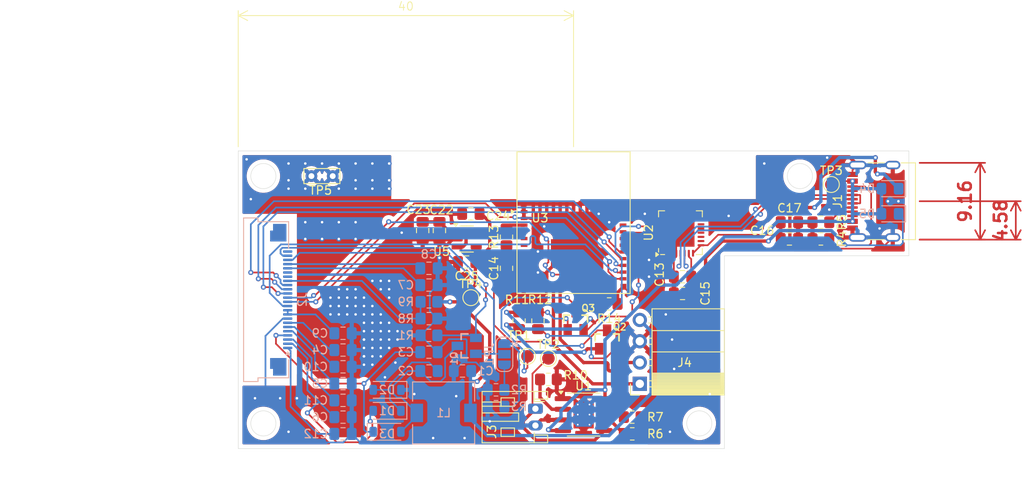
<source format=kicad_pcb>
(kicad_pcb (version 20241229) (generator "pcbnew") (generator_version "9.0")
  (layers (0 "F.Cu" signal) (2 "B.Cu" signal) (13 "F.Paste" user) (15 "B.Paste" user) (5 "F.SilkS" user "F.Silkscreen") (7 "B.SilkS" user "B.Silkscreen") (1 "F.Mask" user) (3 "B.Mask" user) (25 "Edge.Cuts" user))
  (net 0 "")
  (net 1 "+3.3V")
  (net 2 "GND")
  (net 3 "Net-(D1-K)")
  (net 4 "Net-(D3-A)")
  (net 5 "PREVGH")
  (net 6 "Net-(J2-Pin_7)")
  (net 7 "Net-(J2-Pin_5)")
  (net 8 "PREVGL")
  (net 9 "Net-(J2-Pin_20)")
  (net 10 "Net-(J2-Pin_21)")
  (net 11 "Net-(J2-Pin_10)")
  (net 12 "Net-(J2-Pin_6)")
  (net 13 "Net-(J2-Pin_3)")
  (net 14 "Net-(J2-Pin_1)")
  (net 15 "Net-(U2-VDD)")
  (net 16 "EN")
  (net 17 "VBUS")
  (net 18 "Net-(D4-K)")
  (net 19 "Net-(D5-K)")
  (net 20 "D+")
  (net 21 "D-")
  (net 22 "Net-(J1-CC2)")
  (net 23 "Net-(J1-CC1)")
  (net 25 "GDR")
  (net 26 "BUSY")
  (net 27 "DC")
  (net 29 "MOSI")
  (net 31 "CS")
  (net 32 "RESET")
  (net 33 "SCK")
  (net 34 "RESE")
  (net 35 "Net-(J2-Pin_17)")
  (net 36 "Net-(J3-Pin_1)")
  (net 37 "SDA")
  (net 38 "SCL")
  (net 39 "Net-(JP1-A)")
  (net 40 "Net-(JP1-B)")
  (net 41 "Net-(Q2-Pad1)")
  (net 42 "RTS")
  (net 43 "DTR")
  (net 44 "GPIO8")
  (net 45 "Net-(Q3-Pad1)")
  (net 46 "Net-(U1-~{STDBY})")
  (net 47 "Net-(U1-~{CHRG})")
  (net 48 "Net-(U1-PROG)")
  (net 49 "Net-(U3-IO9)")
  (net 60 "TX0RX1")
  (net 64 "TX1RX0")
  (net 87 "+BATT")
  (footprint "TestPoint:TestPoint_Pad_D1.5mm" (layer "F.Cu") (at 87 139.25)
    (property "Reference" "TP2")
    (property "Value" "TestPoint")
  )
  (footprint "Resistor_SMD:R_0805_2012Metric_Pad1.20x1.40mm_HandSolder" (layer "F.Cu") (at 119.5 123 180)
    (property "Reference" "R5")
    (property "Value" "5k1")
  )
  (footprint "Resistor_SMD:R_0805_2012Metric_Pad1.20x1.40mm_HandSolder" (layer "F.Cu") (at 97 148.25 180)
    (property "Reference" "R6")
    (property "Value" "~")
  )
  (footprint "Package_DFN_QFN:QFN-28-1EP_5x5mm_P0.5mm_EP3.35x3.35mm" (layer "F.Cu") (at 102.75 124.25 90)
    (property "Reference" "U2")
    (property "Value" "CP2102N-Axx-xQFN28")
  )
  (footprint "Capacitor_SMD:C_0805_2012Metric_Pad1.18x1.45mm_HandSolder" (layer "F.Cu") (at 74 124 -90)
    (property "Reference" "C22")
    (property "Value" "100nF")
  )
  (footprint "TestPoint:TestPoint_Bridge_Pitch2.54mm_Drill0.7mm" (layer "F.Cu") (at 58.73 117.5)
    (property "Reference" "TP5")
    (property "Value" "TestPoint")
  )
  (footprint "Connector_USB:USB_C_Receptacle_G-Switch_GT-USB-7010ASV_model" (layer "F.Cu") (at 127 120.5 90)
    (property "Reference" "J1")
    (property "Value" "USB_C_Receptacle_USB2.0_14P")
  )
  (footprint "Capacitor_SMD:C_0805_2012Metric_Pad1.18x1.45mm_HandSolder" (layer "F.Cu") (at 77.25 127.75 180)
    (property "Reference" "C25")
    (property "Value" "100nF")
  )
  (footprint "Resistor_SMD:R_0805_2012Metric_Pad1.20x1.40mm_HandSolder" (layer "F.Cu") (at 97 146.25 180)
    (property "Reference" "R7")
    (property "Value" "~")
  )
  (footprint "Package_TO_SOT_SMD:SOT-23-5" (layer "F.Cu") (at 77.25 125)
    (property "Reference" "U5")
    (property "Value" "XC6210B332MR")
  )
  (footprint "TestPoint:TestPoint_Pad_D1.5mm" (layer "F.Cu") (at 120.75 118.5)
    (property "Reference" "TP3")
    (property "Value" "TestPoint")
  )
  (footprint "SI2312:SOT23" (layer "F.Cu") (at 90.25 134.75)
    (property "Reference" "Q3")
    (property "Value" "SI2312")
  )
  (footprint "Connector_JST:JST_PH_S2B-PH-K_1x02_P2.00mm_Horizontal" (layer "F.Cu") (at 85.45 145.25 -90)
    (property "Reference" "J3")
    (property "Value" "Conn_01x02_Socket")
  )
  (footprint "RF_Module:ESP32-C6-MINI-1" (layer "F.Cu") (at 90 125.75)
    (property "Reference" "U3")
    (property "Value" "ESP32-C6-MINI-1")
  )
  (footprint "Capacitor_SMD:C_0805_2012Metric_Pad1.18x1.45mm_HandSolder" (layer "F.Cu") (at 77.75 122 180)
    (property "Reference" "C24")
    (property "Value" "100nF")
  )
  (footprint "Capacitor_SMD:C_0805_2012Metric_Pad1.18x1.45mm_HandSolder" (layer "F.Cu") (at 103 129.5)
    (property "Reference" "C13")
    (property "Value" "4.7uF")
  )
  (footprint "Capacitor_SMD:C_0805_2012Metric_Pad1.18x1.45mm_HandSolder" (layer "F.Cu") (at 115.75 125)
    (property "Reference" "C16")
    (property "Value" "4.7uF")
  )
  (footprint "Connector_PinSocket_2.54mm:PinSocket_1x04_P2.54mm_Horizontal" (layer "F.Cu") (at 97.9 142.28 180)
    (property "Reference" "J4")
    (property "Value" "Conn_01x04_Socket")
  )
  (footprint "Capacitor_SMD:C_0805_2012Metric_Pad1.18x1.45mm_HandSolder" (layer "F.Cu") (at 82 128.5 -90)
    (property "Reference" "C14")
    (property "Value" "10uF")
  )
  (footprint "TestPoint:TestPoint_Pad_D1.5mm" (layer "F.Cu") (at 84.5 139)
    (property "Reference" "TP1")
    (property "Value" "TestPoint")
  )
  (footprint "Resistor_SMD:R_0805_2012Metric_Pad1.20x1.40mm_HandSolder" (layer "F.Cu") (at 94.25 132.75)
    (property "Reference" "R14")
    (property "Value" "10k")
  )
  (footprint "Capacitor_SMD:C_0805_2012Metric_Pad1.18x1.45mm_HandSolder" (layer "F.Cu") (at 115.75 123)
    (property "Reference" "C17")
    (property "Value" "100nF")
  )
  (footprint "TestPoint:TestPoint_Pad_D1.5mm" (layer "F.Cu") (at 77.75 132)
    (property "Reference" "TP4")
    (property "Value" "TestPoint")
  )
  (footprint "Capacitor_SMD:C_0805_2012Metric_Pad1.18x1.45mm_HandSolder" (layer "F.Cu") (at 72 124 -90)
    (property "Reference" "C23")
    (property "Value" "100nF")
  )
  (footprint "Package_SO:SOIC-8-1EP_3.9x4.9mm_P1.27mm_EP2.41x3.3mm_ThermalVias" (layer "F.Cu") (at 91.2 145.95)
    (property "Reference" "U1")
    (property "Value" "TP4056-42-ESOP8")
  )
  (footprint "Resistor_SMD:R_0805_2012Metric_Pad1.20x1.40mm_HandSolder" (layer "F.Cu") (at 83.5 134.75 -90)
    (property "Reference" "R11")
    (property "Value" "~")
  )
  (footprint "SI2312:SOT23" (layer "F.Cu") (at 94 137)
    (property "Reference" "Q2")
    (property "Value" "SI2312")
  )
  (footprint "Capacitor_SMD:C_0805_2012Metric_Pad1.18x1.45mm_HandSolder" (layer "F.Cu") (at 103 131.5)
    (property "Reference" "C15")
    (property "Value" "100nF")
  )
  (footprint "Resistor_SMD:R_0805_2012Metric_Pad1.20x1.40mm_HandSolder" (layer "F.Cu") (at 119.5 125 180)
    (property "Reference" "R4")
    (property "Value" "5k1")
  )
  (footprint "Resistor_SMD:R_0805_2012Metric_Pad1.20x1.40mm_HandSolder" (layer "F.Cu") (at 87 141.75)
    (property "Reference" "R10")
    (property "Value" "~")
  )
  (footprint "Resistor_SMD:R_0805_2012Metric_Pad1.20x1.40mm_HandSolder" (layer "F.Cu") (at 85.75 134.75 90)
    (property "Reference" "R12")
    (property "Value" "~")
  )
  (footprint "Resistor_SMD:R_0805_2012Metric_Pad1.20x1.40mm_HandSolder" (layer "F.Cu") (at 82 124.75 -90)
    (property "Reference" "R13")
    (property "Value" "10k")
  )
  (footprint "Jumper:SolderJumper-3_P1.3mm_Open_RoundedPad1.0x1.5mm" (layer "B.Cu") (at 81.75 138.75 -90)
    (property "Reference" "JP1")
    (property "Value" "SolderJumper_3_Open")
  )
  (footprint "SI2312:SOT23" (layer "B.Cu") (at 77.25 137.75 -90)
    (property "Reference" "Q1")
    (property "Value" "SI2312")
  )
  (footprint "Capacitor_SMD:C_0805_2012Metric_Pad1.18x1.45mm_HandSolder" (layer "B.Cu") (at 72.75 130.5 180)
    (property "Reference" "C7")
    (property "Value" "4,7uF")
  )
  (footprint "Capacitor_SMD:C_0805_2012Metric_Pad1.18x1.45mm_HandSolder" (layer "B.Cu") (at 62.5 140.25 180)
    (property "Reference" "C10")
    (property "Value" "1uF")
  )
  (footprint "Capacitor_SMD:C_0805_2012Metric_Pad1.18x1.45mm_HandSolder" (layer "B.Cu") (at 72.75 140.75 180)
    (property "Reference" "C2")
    (property "Value" "4,7uF")
  )
  (footprint "Diode_SMD:D_SOD-123" (layer "B.Cu") (at 67.75 145.5 180)
    (property "Reference" "D1")
    (property "Value" "D")
  )
  (footprint "Resistor_SMD:R_0805_2012Metric_Pad1.20x1.40mm_HandSolder" (layer "B.Cu") (at 72.75 136.5)
    (property "Reference" "R1")
    (property "Value" "10k")
  )
  (footprint "LED_SMD:LED_0805_2012Metric_Pad1.15x1.40mm_HandSolder" (layer "B.Cu") (at 127.75 122 180)
    (property "Reference" "D5")
    (property "Value" "RED")
  )
  (footprint "Resistor_SMD:R_0805_2012Metric_Pad1.20x1.40mm_HandSolder" (layer "B.Cu") (at 80.75 143)
    (property "Reference" "R2")
    (property "Value" "3R")
  )
  (footprint "Capacitor_SMD:C_0805_2012Metric_Pad1.18x1.45mm_HandSolder" (layer "B.Cu") (at 72.75 138.5)
    (property "Reference" "C3")
    (property "Value" "4,7uF")
  )
  (footprint "Resistor_SMD:R_0805_2012Metric_Pad1.20x1.40mm_HandSolder" (layer "B.Cu") (at 72.75 132.5 180)
    (property "Reference" "R9")
    (property "Value" "10K")
  )
  (footprint "Capacitor_SMD:C_0805_2012Metric_Pad1.18x1.45mm_HandSolder" (layer "B.Cu") (at 72.75 128.5 180)
    (property "Reference" "C8")
    (property "Value" "4,7uF")
  )
  (footprint "Diode_SMD:D_SOD-123" (layer "B.Cu") (at 67.75 143 180)
    (property "Reference" "D2")
    (property "Value" "D")
  )
  (footprint "Capacitor_SMD:C_0805_2012Metric_Pad1.18x1.45mm_HandSolder" (layer "B.Cu") (at 62.5 136.25 180)
    (property "Reference" "C9")
    (property "Value" "1uF")
  )
  (footprint "Connector_FFC-FPC:Amphenol_F32R-1A7x1-11024_1x24-1MP_P0.5mm_Horizontal" (layer "B.Cu") (at 53 132.25 90)
    (property "Reference" "J2")
    (property "Value" "Conn_01x24_Socket")
  )
  (footprint "Inductor_SMD:L_7.3x7.3_H4.5" (layer "B.Cu") (at 74.5 145.75 180)
    (property "Reference" "L1")
    (property "Value" "10uH1A")
  )
  (footprint "Capacitor_SMD:C_0805_2012Metric_Pad1.18x1.45mm_HandSolder" (layer "B.Cu") (at 62.5 144.25 180)
    (property "Reference" "C11")
    (property "Value" "4,7uF")
  )
  (footprint "Resistor_SMD:R_0805_2012Metric_Pad1.20x1.40mm_HandSolder" (layer "B.Cu") (at 80.75 145)
    (property "Reference" "R3")
    (property "Value" "0,47R")
  )
  (footprint "Capacitor_SMD:C_0805_2012Metric_Pad1.18x1.45mm_HandSolder" (layer "B.Cu") (at 76.75 140.75 180)
    (property "Reference" "C1")
    (property "Value" "4,7uF")
  )
  (footprint "Capacitor_SMD:C_0805_2012Metric_Pad1.18x1.45mm_HandSolder" (layer "B.Cu") (at 62.5 148.25 180)
    (property "Reference" "C12")
    (property "Value" "1uF")
  )
  (footprint "Capacitor_SMD:C_0805_2012Metric_Pad1.18x1.45mm_HandSolder" (layer "B.Cu") (at 62.5 142.25 180)
    (property "Reference" "C5")
    (property "Value" "4,7uF")
  )
  (footprint "Capacitor_SMD:C_0805_2012Metric_Pad1.18x1.45mm_HandSolder" (layer "B.Cu") (at 62.5 146.25 180)
    (property "Reference" "C6")
    (property "Value" "4,7uF")
  )
  (footprint "Capacitor_SMD:C_0805_2012Metric_Pad1.18x1.45mm_HandSolder" (layer "B.Cu") (at 62.5 138.25 180)
    (property "Reference" "C4")
    (property "Value" "1uF")
  )
  (footprint "Resistor_SMD:R_0805_2012Metric_Pad1.20x1.40mm_HandSolder" (layer "B.Cu") (at 72.75 134.5 180)
    (property "Reference" "R8")
    (property "Value" "3R")
  )
  (footprint "Diode_SMD:D_SOD-123" (layer "B.Cu") (at 67.75 148)
    (property "Reference" "D3")
    (property "Value" "D")
  )
  (footprint "LED_SMD:LED_0805_2012Metric_Pad1.15x1.40mm_HandSolder" (layer "B.Cu") (at 127.75 119 180)
    (property "Reference" "D4")
    (property "Value" "GREEN")
  )
  (gr_line (start 108 127) (end 130 127) (stroke (width 0.05)) (layer "Edge.Cuts"))
  (gr_circle (center 53 117.5) (end 54.5 117.5) (stroke (width 0.05)) (fill no) (layer "Edge.Cuts"))
  (gr_line (start 130 127) (end 130 114.5) (stroke (width 0.05)) (layer "Edge.Cuts"))
  (gr_line (start 50 150) (end 108 150) (stroke (width 0.05)) (layer "Edge.Cuts"))
  (gr_circle (center 105 147) (end 106.5 147) (stroke (width 0.05)) (fill no) (layer "Edge.Cuts"))
  (gr_line (start 130 114.5) (end 50 114.5) (stroke (width 0.05)) (layer "Edge.Cuts"))
  (gr_line (start 108 150) (end 108 127) (stroke (width 0.05)) (layer "Edge.Cuts"))
  (gr_line (start 50 114.5) (end 50 150) (stroke (width 0.05)) (layer "Edge.Cuts"))
  (gr_circle (center 53 147) (end 54.5 147) (stroke (width 0.05)) (fill no) (layer "Edge.Cuts"))
  (gr_circle (center 117 117.5) (end 117 116) (stroke (width 0.05)) (fill no) (layer "Edge.Cuts"))
  (dimension (type orthogonal) (layer "F.Cu") (pts (xy 130.785 125.08) (xy 130.785 120.5)) (height 11.965) (orientation 1) (format (prefix "") (suffix "") (units 3) (units_format 0) (precision 4) (suppress_zeroes yes)) (style (thickness 0.2) (arrow_length 1.27) (text_position_mode 0) (arrow_direction outward) (extension_height 0.58642) (extension_offset 0.5) (keep_text_aligned yes)) (gr_text "4.58" (at 140.95 122.79 90) (layer "F.Cu") (effects (font (size 1.5 1.5) (thickness 0.3)))))
  (dimension (type orthogonal) (layer "F.Cu") (pts (xy 130.785 115.92) (xy 130.785 125.08)) (height 7.715) (orientation 1) (format (prefix "") (suffix "") (units 3) (units_format 0) (precision 4) (suppress_zeroes yes)) (style (thickness 0.2) (arrow_length 1.27) (text_position_mode 0) (arrow_direction outward) (extension_height 0.58642) (extension_offset 0.5) (keep_text_aligned yes)) (gr_text "9.16" (at 136.7 120.5 90) (layer "F.Cu") (effects (font (size 1.5 1.5) (thickness 0.3)))))
  (dimension (type orthogonal) (layer "F.SilkS") (pts (xy 50 114.5) (xy 90 114.5)) (height -16.145) (orientation 0) (format (prefix "") (suffix "") (units 3) (units_format 0) (precision 4) (suppress_zeroes yes)) (style (thickness 0.1) (arrow_length 1.27) (text_position_mode 0) (arrow_direction outward) (extension_height 0.58642) (extension_offset 0.5) (keep_text_aligned yes)) (gr_text "40" (at 70 97.255 0) (layer "F.SilkS") (effects (font (size 1 1) (thickness 0.1)))))
  (segment (start 76.25 132.5) (end 80 136.25) (width 0.4) (layer "F.Cu") (net 1))
  (segment (start 81.7 124.05) (end 82 123.75) (width 0.4) (layer "F.Cu") (net 1))
  (segment (start 80 126.0375) (end 80 124.05) (width 0.4) (layer "F.Cu") (net 1))
  (segment (start 78.3875 124.05) (end 80 124.05) (width 0.4) (layer "F.Cu") (net 1))
  (segment (start 82 123.75) (end 82.4 123.35) (width 0.4) (layer "F.Cu") (net 1))
  (segment (start 75.25 132.5) (end 76.25 132.5) (width 0.4) (layer "F.Cu") (net 1))
  (segment (start 77.75 132) (end 77.25 131.5) (width 0.2) (layer "F.Cu") (net 1))
  (segment (start 77.25 131.5) (end 76.25 132.5) (width 0.4) (layer "F.Cu") (net 1))
  (segment (start 78.2875 130.4625) (end 77.25 131.5) (width 0.4) (layer "F.Cu") (net 1))
  (segment (start 80 140.5) (end 78.5 142) (width 0.4) (layer "F.Cu") (net 1))
  (segment (start 82.4 123.35) (end 84.1 123.35) (width 0.4) (layer "F.Cu") (net 1))
  (segment (start 78.7875 122) (end 79 122) (width 0.4) (layer "F.Cu") (net 1))
  (segment (start 80 124.05) (end 80 123) (width 0.4) (layer "F.Cu") (net 1))
  (segment (start 80 124.05) (end 81.7 124.05) (width 0.4) (layer "F.Cu") (net 1))
  (segment (start 78.2875 127.75) (end 78.2875 130.4625) (width 0.4) (layer "F.Cu") (net 1))
  (segment (start 80 136.25) (end 80 140.5) (width 0.4) (layer "F.Cu") (net 1))
  (segment (start 79 122) (end 80 123) (width 0.4) (layer "F.Cu") (net 1))
  (segment (start 78.2875 127.75) (end 80 126.0375) (width 0.4) (layer "F.Cu") (net 1))
  (via (at 75.25 132.5) (size 0.6) (drill 0.3) (layers "F.Cu" "B.Cu") (net 1))
  (via (at 78.5 142) (size 0.6) (drill 0.3) (layers "F.Cu" "B.Cu") (net 1))
  (segment (start 97.9 134.66) (end 99.25 136.01) (width 0.4) (layer "B.Cu") (net 1))
  (segment (start 77.7875 145.6625) (end 77.7 145.75) (width 0.2) (layer "B.Cu") (net 1))
  (segment (start 77.7 140.8375) (end 77.7875 140.75) (width 0.4) (layer "B.Cu") (net 1))
  (segment (start 99.25 143.432) (end 94.231 148.451) (width 0.4) (layer "B.Cu") (net 1))
  (segment (start 75.25 132.5) (end 73.75 132.5) (width 0.4) (layer "B.Cu") (net 1))
  (segment (start 94.231 148.451) (end 79.701 148.451) (width 0.4) (layer "B.Cu") (net 1))
  (segment (start 78.5 142) (end 77.7875 142) (width 0.4) (layer "B.Cu") (net 1))
  (segment (start 79.701 148.451) (end 77.7 146.45) (width 0.4) (layer "B.Cu") (net 1))
  (segment (start 77.7 145.75) (end 77.7 140.8375) (width 0.4) (layer "B.Cu") (net 1))
  (segment (start 99.25 136.01) (end 99.25 143.432) (width 0.4) (layer "B.Cu") (net 1))
  (segment (start 77.7875 142) (end 77.7875 145.6625) (width 0.2) (layer "B.Cu") (net 1))
  (segment (start 77.7 146.45) (end 77.7 145.75) (width 0.4) (layer "B.Cu") (net 1))
  (segment (start 77.7875 140.75) (end 77.7875 142) (width 0.2) (layer "B.Cu") (net 1))
  (segment (start 113.44928 119.274) (end 113.973281 118.75) (width 0.4) (layer "F.Cu") (net 2))
  (segment (start 91.975 125.75) (end 88.025 125.75) (width 0.4) (layer "F.Cu") (net 2))
  (segment (start 82 129.5375) (end 82.2125 129.75) (width 0.4) (layer "F.Cu") (net 2))
  (segment (start 102.75 124.25) (end 99.3 120.8) (width 0.2) (layer "F.Cu") (net 2))
  (segment (start 86.8 128.95) (end 88.025 127.725) (width 0.4) (layer "F.Cu") (net 2))
  (segment (start 101.9625 127.403298) (end 102.25 127.115798) (width 0.2) (layer "F.Cu") (net 2))
  (segment (start 76.6865 121.974) (end 71.24842 121.974) (width 0.4) (layer "F.Cu") (net 2))
  (segment (start 74.5 127.75) (end 74 127.25) (width 0.4) (layer "F.Cu") (net 2))
  (segment (start 72 125.0375) (end 74 125.0375) (width 0.4) (layer "F.Cu") (net 2))
  (segment (start 102.25 124.75) (end 102.25 126.7) (width 0.2) (layer "F.Cu") (net 2))
  (segment (start 74.0375 125.0375) (end 74.808306 125.808306) (width 0.4) (layer "F.Cu") (net 2))
  (segment (start 122.994 115.299) (end 123.875 116.18) (width 0.4) (layer "F.Cu") (net 2))
  (segment (start 84.05 130.7) (end 84.05 129.8) (width 0.4) (layer "F.Cu") (net 2))
  (segment (start 102.75 124.25) (end 102.25 124.75) (width 0.2) (layer "F.Cu") (net 2))
  (segment (start 71.24842 121.974) (end 70.75 122.47242) (width 0.4) (layer "F.Cu") (net 2))
  (segment (start 84.05 129.8) (end 84.1 129.75) (width 0.4) (layer "F.Cu") (net 2))
  (segment (start 111.974802 120.748479) (end 113.44928 119.274) (width 0.4) (layer "F.Cu") (net 2))
  (segment (start 84.05 122.5) (end 84.1 122.55) (width 0.4) (layer "F.Cu") (net 2))
  (segment (start 101.9625 131.5) (end 101.9625 129.5) (width 0.2) (layer "F.Cu") (net 2))
  (segment (start 88 141.75) (end 88 143.32) (width 0.4) (layer "F.Cu") (net 2))
  (segment (start 70.75 123.7875) (end 72 125.0375) (width 0.4) (layer "F.Cu") (net 2))
  (segment (start 120.25 115.299) (end 122.994 115.299) (width 0.4) (layer "F.Cu") (net 2))
  (segment (start 86.115 146.585) (end 88.725 146.585) (width 0.4) (layer "F.Cu") (net 2))
  (segment (start 116.7875 123) (end 118.5 123) (width 0.4) (layer "F.Cu") (net 2))
  (segment (start 82.2125 129.75) (end 84.1 129.75) (width 0.4) (layer "F.Cu") (net 2))
  (segment (start 95.25 131.4) (end 95.95 130.7) (width 0.4) (layer "F.Cu") (net 2))
  (segment (start 116.7875 123) (end 116.7875 125) (width 0.4) (layer "F.Cu") (net 2))
  (segment (start 76.1125 125) (end 75.616612 125) (width 0.4) (layer "F.Cu") (net 2))
  (segment (start 123.275 124.22) (end 123.875 124.82) (width 0.2) (layer "F.Cu") (net 2))
  (segment (start 96.001521 120.748479) (end 111.974802 120.748479) (width 0.4) (layer "F.Cu") (net 2))
  (segment (start 74 126.616612) (end 74 127.25) (width 0.4) (layer "F.Cu") (net 2))
  (segment (start 123.275 117.3) (end 123.275 116.78) (width 0.2) (layer "F.Cu") (net 2))
  (segment (start 95.95 120.8) (end 96.001521 120.748479) (width 0.4) (layer "F.Cu") (net 2))
  (segment (start 88 143.32) (end 88.725 144.045) (width 0.4) (layer "F.Cu") (net 2))
  (segment (start 123.275 116.78) (end 123.875 116.18) (width 0.2) (layer "F.Cu") (net 2))
  (segment (start 89.995 144.045) (end 91.9 145.95) (width 0.4) (layer "F.Cu") (net 2))
  (segment (start 101.9625 131.5) (end 96.75 131.5) (width 0.2) (layer "F.Cu") (net 2))
  (segment (start 84.05 120.8) (end 84.05 122.5) (width 0.4) (layer "F.Cu") (net 2))
  (segment (start 126.744 126.151) (end 128.075 124.82) (width 0.2) (layer "F.Cu") (net 2))
  (segment (start 88.725 146.585) (end 90.565 146.585) (width 0.4) (layer "F.Cu") (net 2))
  (segment (start 96.75 131.5) (end 95.95 130.7) (width 0.2) (layer "F.Cu") (net 2))
  (segment (start 119.651 126.151) (end 126.744 126.151) (width 0.2) (layer "F.Cu") (net 2))
  (segment (start 118.5 125) (end 119.651 126.151) (width 0.2) (layer "F.Cu") (net 2))
  (segment (start 113.973281 118.75) (end 113.973281 117.026719) (width 0.4) (layer "F.Cu") (net 2))
  (segment (start 75.616612 125) (end 74.808306 125.808306) (width 0.4) (layer "F.Cu") (net 2))
  (segment (start 84.199 129.849) (end 86.451 129.849) (width 0.4) (layer "F.Cu") (net 2))
  (segment (start 88.725 144.045) (end 89.995 144.045) (width 0.4) (layer "F.Cu") (net 2))
  (segment (start 76.2125 127.75) (end 74.5 127.75) (width 0.4) (layer "F.Cu") (net 2))
  (segment (start 115.701 115.299) (end 120.25 115.299) (width 0.4) (layer "F.Cu") (net 2))
  (segment (start 116.7875 125) (end 118.5 125) (width 0.4) (layer "F.Cu") (net 2))
  (segment (start 95.95 120.8) (end 84.05 120.8) (width 0.4) (layer "F.Cu") (net 2))
  (segment (start 123.275 123.7) (end 123.275 124.22) (width 0.2) (layer "F.Cu") (net 2))
  (segment (start 118.5 123) (end 118.5 125) (width 0.4) (layer "F.Cu") (net 2))
  (segment (start 88.025 123.775) (end 91.975 123.775) (width 0.4) (layer "F.Cu") (net 2))
  (segment (start 99.3 120.8) (end 95.95 120.8) (width 0.2) (layer "F.Cu") (net 2))
  (segment (start 91.975 127.725) (end 90 127.725) (width 0.4) (layer "F.Cu") (net 2))
  (segment (start 84.1 129.75) (end 84.199 129.849) (width 0.4) (layer "F.Cu") (net 2))
  (segment (start 70.75 122.47242) (end 70.75 123.7875) (width 0.4) (layer "F.Cu") (net 2))
  (segment (start 90.565 146.585) (end 91.2 145.95) (width 0.4) (layer "F.Cu") (net 2))
  (segment (start 90 120.85) (end 90 127.725) (width 0.4) (layer "F.Cu") (net 2))
  (segment (start 86.8 129.5) (end 86.8 128.95) (width 0.4) (layer "F.Cu") (net 2))
  (segment (start 74 125.0375) (end 74.0375 125.0375) (width 0.4) (layer "F.Cu") (net 2))
  (segment (start 95.25 132.75) (end 95.25 131.4) (width 0.4) (layer "F.Cu") (net 2))
  (segment (start 102.25 127.115798) (end 102.25 126.7) (width 0.2) (layer "F.Cu") (net 2))
  (segment (start 88.025 127.725) (end 90 127.725) (width 0.4) (layer "F.Cu") (net 2))
  (segment (start 128.075 116.18) (end 128.075 124.82) (width 0.2) (layer "F.Cu") (net 2))
  (segment (start 86.8 130.65) (end 86.8 129.5) (width 0.4) (layer "F.Cu") (net 2))
  (segment (start 86.451 129.849) (end 86.8 129.5) (width 0.4) (layer "F.Cu") (net 2))
  (segment (start 74.808306 125.808306) (end 74 126.616612) (width 0.4) (layer "F.Cu") (net 2))
  (segment (start 113.973281 117.026719) (end 115.701 115.299) (width 0.4) (layer "F.Cu") (net 2))
  (segment (start 76.7125 122) (end 76.6865 121.974) (width 0.4) (layer "F.Cu") (net 2))
  (segment (start 101.9625 129.5) (end 101.9625 127.403298) (width 0.2) (layer "F.Cu") (net 2))
  (segment (start 85.45 147.25) (end 86.115 146.585) (width 0.4) (layer "F.Cu") (net 2))
  (via (at 68 135) (size 0.6) (drill 0.3) (layers "F.Cu" "B.Cu") (net 2))
  (via (at 67 138) (size 0.6) (drill 0.3) (layers "F.Cu" "B.Cu") (net 2))
  (via (at 62 132) (size 0.6) (drill 0.3) (layers "F.Cu" "B.Cu") (net 2))
  (via (at 62 131) (size 0.6) (drill 0.3) (layers "F.Cu" "B.Cu") (net 2))
  (via (at 51.5 120.25) (size 0.6) (drill 0.3) (layers "F.Cu" "B.Cu") (net 2))
  (via (at 68 116) (size 0.6) (drill 0.3) (layers "F.Cu" "B.Cu") (net 2))
  (via (at 66 139) (size 0.6) (drill 0.3) (layers "F.Cu" "B.Cu") (net 2))
  (via (at 68 138) (size 0.6) (drill 0.3) (layers "F.Cu" "B.Cu") (net 2))
  (via (at 64 134) (size 0.6) (drill 0.3) (layers "F.Cu" "B.Cu") (net 2))
  (via (at 65 133) (size 0.6) (drill 0.3) (layers "F.Cu" "B.Cu") (net 2))
  (via (at 64 123) (size 0.6) (drill 0.3) (layers "F.Cu" "B.Cu") (net 2))
  (via (at 64 119) (size 0.6) (drill 0.3) (layers "F.Cu" "B.Cu") (net 2))
  (via (at 64 133) (size 0.6) (drill 0.3) (layers "F.Cu" "B.Cu") (net 2))
  (via (at 58 116) (size 0.6) (drill 0.3) (layers "F.Cu" "B.Cu") (net 2))
  (via (at 67 139) (size 0.6) (drill 0.3) (layers "F.Cu" "B.Cu") (net 2))
  (via (at 76 143.75) (size 0.6) (drill 0.3) (layers "F.Cu" "B.Cu") (net 2))
  (via (at 93 122) (size 0.6) (drill 0.3) (layers "F.Cu" "B.Cu") (net 2))
  (via (at 61 134) (size 0.6) (drill 0.3) (layers "F.Cu" "B.Cu") (net 2))
  (via (at 102 140.5) (size 0.6) (drill 0.3) (layers "F.Cu" "B.Cu") (net 2))
  (via (at 71 143.5) (size 0.6) (drill 0.3) (layers "F.Cu" "B.Cu") (net 2))
  (via (at 63 131) (size 0.6) (drill 0.3) (layers "F.Cu" "B.Cu") (net 2))
  (via (at 63 132) (size 0.6) (drill 0.3) (layers "F.Cu" "B.Cu") (net 2))
  (via (at 60 125) (size 0.6) (drill 0.3) (layers "F.Cu" "B.Cu") (net 2))
  (via (at 65 135) (size 0.6) (drill 0.3) (layers "F.Cu" "B.Cu") (net 2))
  (via (at 65 132) (size 0.6) (drill 0.3) (layers "F.Cu" "B.Cu") (net 2))
  (via (at 126.5 123.75) (size 0.6) (drill 0.3) (layers "F.Cu" "B.Cu") (net 2))
  (via (at 61 133) (size 0.6) (drill 0.3) (layers "F.Cu" "B.Cu") (net 2))
  (via (at 68 136) (size 0.6) (drill 0.3) (layers "F.Cu" "B.Cu") (net 2))
  (via (at 66 133) (size 0.6) (drill 0.3) (layers "F.Cu" "B.Cu") (net 2))
  (via (at 66 138) (size 0.6) (drill 0.3) (layers "F.Cu" "B.Cu") (net 2))
  (via (at 64 125) (size 0.6) (drill 0.3) (layers "F.Cu" "B.Cu") (net 2))
  (via (at 108.5 122.25) (size 0.6) (drill 0.3) (layers "F.Cu" "B.Cu") (net 2))
  (via (at 66 116) (size 0.6) (drill 0.3) (layers "F.Cu" "B.Cu") (net 2))
  (via (at 51 115.5) (size 0.6) (drill 0.3) (layers "F.Cu" "B.Cu") (net 2))
  (via (at 62 123) (size 0.6) (drill 0.3) (layers "F.Cu" "B.Cu") (net 2))
  (via (at 85.75 126.5) (size 0.6) (drill 0.3) (layers "F.Cu" "B.Cu") (net 2))
  (via (at 106.25 143.5) (size 0.6) (drill 0.3) (layers "F.Cu" "B.Cu") (net 2))
  (via (at 66 135) (size 0.6) (drill 0.3) (layers "F.Cu" "B.Cu") (net 2))
  (via (at 68 137) (size 0.6) (drill 0.3) (layers "F.Cu" "B.Cu") (net 2))
  (via (at 60 123) (size 0.6) (drill 0.3) (layers "F.Cu" "B.Cu") (net 2))
  (via (at 67 137) (size 0.6) (drill 0.3) (layers "F.Cu" "B.Cu") (net 2))
  (via (at 63 134) (size 0.6) (drill 0.3) (layers "F.Cu" "B.Cu") (net 2))
  (via (at 69 137) (size 0.6) (drill 0.3) (layers "F.Cu" "B.Cu") (net 2))
  (via (at 68 132) (size 0.6) (drill 0.3) (layers "F.Cu" "B.Cu") (net 2))
  (via (at 61 132) (size 0.6) (drill 0.3) (layers "F.Cu" "B.Cu") (net 2))
  (via (at 60 116) (size 0.6) (drill 0.3) (layers "F.Cu" "B.Cu") (net 2))
  (via (at 128.75 120.5) (size 0.6) (drill 0.3) (layers "F.Cu" "B.Cu") (net 2))
  (via (at 66 137) (size 0.6) (drill 0.3) (layers "F.Cu" "B.Cu") (net 2))
  (via (at 62 134) (size 0.6) (drill 0.3) (layers "F.Cu" "B.Cu") (net 2))
  (via (at 55 144) (size 0.6) (drill 0.3) (layers "F.Cu" "B.Cu") (net 2))
  (via (at 65 139) (size 0.6) (drill 0.3) (layers "F.Cu" "B.Cu") (net 2))
  (via (at 101 134) (size 0.6) (drill 0.3) (layers "F.Cu" "B.Cu") (net 2))
  (via (at 56 116) (size 0.6) (drill 0.3) (layers "F.Cu" "B.Cu") (net 2))
  (via (at 66 130) (size 0.6) (drill 0.3) (layers "F.Cu" "B.Cu") (net 2))
  (via (at 65 140) (size 0.6) (drill 0.3) (layers "F.Cu" "B.Cu") (net 2))
  (via (at 67 135) (size 0.6) (drill 0.3) (layers "F.Cu" "B.Cu") (net 2))
  (via (at 68 130) (size 0.6) (drill 0.3) (layers "F.Cu" "B.Cu") (net 2))
  (via (at 65 138) (size 0.6) (drill 0.3) (layers "F.Cu" "B.Cu") (net 2))
  (via (at 80 146.75) (size 0.6) (drill 0.3) (layers "F.Cu" "B.Cu") (net 2))
  (via (at 98.5 122) (size 0.6) (drill 0.3) (layers "F.Cu" "B.Cu") (net 2))
  (via (at 68 118) (size 0.6) (drill 0.3) (layers "F.Cu" "B.Cu") (net 2))
  (via (at 58 125) (size 0.6) (drill 0.3) (layers "F.Cu" "B.Cu") (net 2))
  (via (at 68.75 139.75) (size 0.6) (drill 0.3) (layers "F.Cu" "B.Cu") (net 2))
  (via (at 65 137) (size 0.6) (drill 0.3) (layers "F.Cu" "B.Cu") (net 2))
  (via (at 120.5 121.5) (size 0.6) (drill 0.3) (layers "F.Cu" "B.Cu") (net 2))
  (via (at 64 118) (size 0.6) (drill 0.3) (layers "F.Cu" "B.Cu") (net 2))
  (via (at 67 131) (size 0.6) (drill 0.3) (layers "F.Cu" "B.Cu") (net 2))
  (via (at 67.5 141.5) (size 0.6) (drill 0.3) (layers "F.Cu" "B.Cu") (net 2))
  (via (at 112.75 116) (size 0.6) (drill 0.3) (layers "F.Cu" "B.Cu") (net 2))
  (via (at 58 123) (size 0.6) (drill 0.3) (layers "F.Cu" "B.Cu") (net 2))
  (via (at 65 136) (size 0.6) (drill 0.3) (layers "F.Cu" "B.Cu") (net 2))
  (via (at 99 129.5) (size 0.6) (drill 0.3) (layers "F.Cu" "B.Cu") (net 2))
  (via (at 66 134) (size 0.6) (drill 0.3) (layers "F.Cu" "B.Cu") (net 2))
  (via (at 57 144) (size 0.6) (drill 0.3) (layers "F.Cu" "B.Cu") (net 2))
  (via (at 101.75 137) (size 0.6) (drill 0.3) (layers "F.Cu" "B.Cu") (net 2))
  (via (at 67 136) (size 0.6) (drill 0.3) (layers "F.Cu" "B.Cu") (net 2))
  (via (at 64 131) (size 0.6) (drill 0.3) (layers "F.Cu" "B.Cu") (net 2))
  (via (at 56 148) (size 0.6) (drill 0.3) (layers "F.Cu" "B.Cu") (net 2))
  (via (at 73.25 148.75) (size 0.6) (drill 0.3) (layers "F.Cu" "B.Cu") (net 2))
  (via (at 63 133) (size 0.6) (drill 0.3) (layers "F.Cu" "B.Cu") (net 2))
  (via (at 120.25 115.299) (size 0.6) (drill 0.3) (layers "F.Cu" "B.Cu") (net 2))
  (via (at 67 130) (size 0.6) (drill 0.3) (layers "F.Cu" "B.Cu") (net 2))
  (via (at 86.5 123.5) (size 0.6) (drill 0.3) (layers "F.Cu" "B.Cu") (net 2))
  (via (at 66 118) (size 0.6) (drill 0.3) (layers "F.Cu" "B.Cu") (net 2))
  (via (at 68 131) (size 0.6) (drill 0.3) (layers "F.Cu" "B.Cu") (net 2))
  (via (at 52 144) (size 0.6) (drill 0.3) (layers "F.Cu" "B.Cu") (net 2))
  (via (at 62 133) (size 0.6) (drill 0.3) (layers "F.Cu" "B.Cu") (net 2))
  (via (at 62 116) (size 0.6) (drill 0.3) (layers "F.Cu" "B.Cu") (net 2))
  (via (at 65 137) (size 0.6) (drill 0.3) (layers "F.Cu" "B.Cu") (net 2))
  (via (at 64 116) (size 0.6) (drill 0.3) (layers "F.Cu" "B.Cu") (net 2))
  (via (at 56 119) (size 0.6) (drill 0.3) (layers "F.Cu" "B.Cu") (net 2))
  (via (at 65 134) (size 0.6) (drill 0.3) (layers "F.Cu" "B.Cu") (net 2))
  (via (at 58 119) (size 0.6) (drill 0.3) (layers "F.Cu" "B.Cu") (net 2))
  (via (at 62 125) (size 0.6) (drill 0.3) (layers "F.Cu" "B.Cu") (net 2))
  (via (at 69.5 124.25) (size 0.6) (drill 0.3) (layers "F.Cu" "B.Cu") (net 2))
  (via (at 62 119) (size 0.6) (drill 0.3) (layers "F.Cu" "B.Cu") (net 2))
  (via (at 65 139) (size 0.6) (drill 0.3) (layers "F.Cu" "B.Cu") (net 2))
  (via (at 67 134) (size 0.6) (drill 0.3) (layers "F.Cu" "B.Cu") (net 2))
  (via (at 101.5 148) (size 0.6) (drill 0.3) (layers "F.Cu" "B.Cu") (net 2))
  (via (at 66 119) (size 0.6) (drill 0.3) (layers "F.Cu" "B.Cu") (net 2))
  (via (at 68 119) (size 0.6) (drill 0.3) (layers "F.Cu" "B.Cu") (net 2))
  (via (at 77 148.75) (size 0.6) (drill 0.3) (layers "F.Cu" "B.Cu") (net 2))
  (via (at 56 118) (size 0.6) (drill 0.3) (layers "F.Cu" "B.Cu") (net 2))
  (via (at 94.25 123) (size 0.6) (drill 0.3) (layers "F.Cu" "B.Cu") (net 2))
  (via (at 64 132) (size 0.6) (drill 0.3) (layers "F.Cu" "B.Cu") (net 2))
  (via (at 66 136) (size 0.6) (drill 0.3) (layers "F.Cu" "B.Cu") (net 2))
  (via (at 99 127.5) (size 0.6) (drill 0.3) (layers "F.Cu" "B.Cu") (net 2))
  (via (at 66 140) (size 0.6) (drill 0.3) (layers "F.Cu" "B.Cu") (net 2))
  (via (at 74 127.25) (size 0.6) (drill 0.3) (layers "F.Cu" "B.Cu") (net 2))
  (via (at 127.5 120.5) (size 0.6) (drill 0.3) (layers "F.Cu" "B.Cu") (net 2))
  (via (at 85.75 129) (size 0.6) (drill 0.3) (layers "F.Cu" "B.Cu") (net 2))
  (via (at 69 136) (size 0.6) (drill 0.3) (layers "F.Cu" "B.Cu") (net 2))
  (segment (start 123.875 124.82) (end 128.075 124.82) (width 0.2) (layer "B.Cu") (net 2))
  (segment (start 75.7125 142.2875) (end 75.7125 140.75) (width 0.2) (layer "B.Cu") (net 2))
  (segment (start 73.7875 138.5) (end 73.7875 138.3105) (width 0.2) (layer "B.Cu") (net 2))
  (segment (start 74 128.2875) (end 73.7875 128.5) (width 0.4) (layer "B.Cu") (net 2))
  (segment (start 64.6865 149.399) (end 70.103 149.399) (width 0.2) (layer "B.Cu") (net 2))
  (segment (start 73.7875 130.5) (end 73.7875 128.5) (width 0.2) (layer "B.Cu") (net 2))
  (segment (start 73.7875 138.5) (end 73.75 138.5) (width 0.2) (layer "B.Cu") (net 2))
  (segment (start 76.7385 139.724) (end 75.7125 140.75) (width 0.2) (layer "B.Cu") (net 2))
  (segment (start 75 143) (end 75.7125 142.2875) (width 0.2) (layer "B.Cu") (net 2))
  (segment (start 82 147.25) (end 85.45 147.25) (width 0.4) (layer "B.Cu") (net 2))
  (segment (start 73.75 134.5) (end 72.849 133.599) (width 0.2) (layer "B.Cu") (net 2))
  (segment (start 73.75 134.5) (end 71.75 136.5) (width 0.2) (layer "B.Cu") (net 2))
  (segment (start 75.149 136.949) (end 77.151 136.949) (width 0.2) (layer "B.Cu") (net 2))
  (segment (start 63.5375 148.25) (end 63.5375 136.25) (width 0.2) (layer "B.Cu") (net 2))
  (segment (start 79.75 145) (end 79.75 141.11384) (width 0.2) (layer "B.Cu") (net 2))
  (segment (start 73.7875 138.3105) (end 75.149 136.949) (width 0.2) (layer "B.Cu") (net 2))
  (segment (start 63.5375 148.25) (end 64.6865 149.399) (width 0.2) (layer "B.Cu") (net 2))
  (segment (start 55.316176 134.5) (end 53.25 136.566176) (width 0.2) (layer "B.Cu") (net 2))
  (segment (start 79.75 145) (end 79.75 143) (width 0.2) (layer "B.Cu") (net 2))
  (segment (start 55.9 134.5) (end 55.316176 134.5) (width 0.2) (layer "B.Cu") (net 2))
  (segment (start 70.103 149.399) (end 73.5 146.002) (width 0.2) (layer "B.Cu") (net 2))
  (segment (start 73.75 138.5) (end 71.75 136.5) (width 0.2) (layer "B.Cu") (net 2))
  (segment (start 72.849 133.599) (end 72.849 131.4385) (width 0.2) (layer "B.Cu") (net 2))
  (segment (start 123.875 116.18) (end 128.075 116.18) (width 0.2) (layer "B.Cu") (net 2))
  (segment (start 79.75 145) (end 82 147.25) (width 0.4) (layer "B.Cu") (net 2))
  (segment (start 59.276 149.276) (end 62.5115 149.276) (width 0.2) (layer "B.Cu") (net 2))
  (segment (start 78.36016 139.724) (end 77.25 139.724) (width 0.2) (layer "B.Cu") (net 2))
  (segment (start 77.151 136.949) (end 77.25 137.048) (width 0.2) (layer "B.Cu") (net 2))
  (segment (start 53.25 136.566176) (end 53.25 143.25) (width 0.2) (layer "B.Cu") (net 2))
  (segment (start 69.4 143) (end 73.5 143) (width 0.2) (layer "B.Cu") (net 2))
  (segment (start 73.5 143) (end 75 143) (width 0.2) (layer "B.Cu") (net 2))
  (segment (start 62.5115 149.276) (end 63.5375 148.25) (width 0.2) (layer "B.Cu") (net 2))
  (segment (start 53.25 143.25) (end 59.276 149.276) (width 0.2) (layer "B.Cu") (net 2))
  (segment (start 77.25 139.724) (end 76.7385 139.724) (width 0.2) (layer "B.Cu") (net 2))
  (segment (start 74 127.25) (end 74 128.2875) (width 0.4) (layer "B.Cu") (net 2))
  (segment (start 79.75 141.11384) (end 78.36016 139.724) (width 0.2) (layer "B.Cu") (net 2))
  (segment (start 73.5 146.002) (end 73.5 143) (width 0.2) (layer "B.Cu") (net 2))
  (segment (start 77.25 137.048) (end 77.25 139.724) (width 0.2) (layer "B.Cu") (net 2))
  (segment (start 72.849 131.4385) (end 73.7875 130.5) (width 0.2) (layer "B.Cu") (net 2))
  (segment (start 68.099 144.199) (end 69.4 145.5) (width 0.2) (layer "B.Cu") (net 3))
  (segment (start 72.7615 139.724) (end 70.7089 139.724) (width 0.2) (layer "B.Cu") (net 3))
  (segment (start 68.099 143) (end 68.099 144.199) (width 0.2) (layer "B.Cu") (net 3))
  (segment (start 66.1 143) (end 68.099 143) (width 0.2) (layer "B.Cu") (net 3))
  (segment (start 70.7089 139.724) (end 68.099 142.3339) (width 0.2) (layer "B.Cu") (net 3))
  (segment (start 73.7875 140.75) (end 72.7615 139.724) (width 0.2) (layer "B.Cu") (net 3))
  (segment (start 68.099 142.3339) (end 68.099 143) (width 0.2) (layer "B.Cu") (net 3))
  (segment (start 71.3 146.1) (end 71.3 145.75) (width 0.2) (layer "B.Cu") (net 4))
  (segment (start 68.5 142.5) (end 70.25 140.75) (width 0.2) (layer "B.Cu") (net 4))
  (segment (start 71.3 145.75) (end 69.451 143.901) (width 0.2) (layer "B.Cu") (net 4))
  (segment (start 74.676 141.46016) (end 74.13616 142) (width 0.2) (layer "B.Cu") (net 4))
  (segment (start 68.95089 143.901) (end 68.5 143.45011) (width 0.2) (layer "B.Cu") (net 4))
  (segment (start 72.9625 142) (end 71.7125 140.75) (width 0.2) (layer "B.Cu") (net 4))
  (segment (start 76.15 137.75) (end 74.676 139.224) (width 0.2) (layer "B.Cu") (net 4))
  (segment (start 74.676 139.224) (end 74.676 141.46016) (width 0.2) (layer "B.Cu") (net 4))
  (segment (start 70.25 140.75) (end 71.7125 140.75) (width 0.2) (layer "B.Cu") (net 4))
  (segment (start 68.5 143.45011) (end 68.5 142.5) (width 0.2) (layer "B.Cu") (net 4))
  (segment (start 74.13616 142) (end 72.9625 142) (width 0.2) (layer "B.Cu") (net 4))
  (segment (start 69.451 143.901) (end 68.95089 143.901) (width 0.2) (layer "B.Cu") (net 4))
  (segment (start 69.4 148) (end 71.3 146.1) (width 0.2) (layer "B.Cu") (net 4))
  (segment (start 59.25 142.25) (end 54.5 137.5) (width 0.2) (layer "F.Cu") (net 5))
  (segment (start 65 142.25) (end 59.25 142.25) (width 0.2) (layer "F.Cu") (net 5))
  (segment (start 54.5 137.5) (end 54.5 136.5) (width 0.2) (layer "F.Cu") (net 5))
  (via (at 54.5 136.5) (size 0.6) (drill 0.3) (layers "F.Cu" "B.Cu") (net 5))
  (via (at 65 142.25) (size 0.6) (drill 0.3) (layers "F.Cu" "B.Cu") (net 5))
  (segment (start 65 147.75) (end 65.25 148) (width 0.2) (layer "B.Cu") (net 5))
  (segment (start 65 142.25) (end 65 147.75) (width 0.2) (layer "B.Cu") (net 5))
  (segment (start 54.5 136.5) (end 55.9 136.5) (width 0.2) (layer "B.Cu") (net 5))
  (segment (start 68.75 138.5) (end 71.7125 138.5) (width 0.2) (layer "B.Cu") (net 5))
  (segment (start 65 142.25) (end 68.75 138.5) (width 0.2) (layer "B.Cu") (net 5))
  (segment (start 65.25 148) (end 66.1 148) (width 0.2) (layer "B.Cu") (net 5))
  (segment (start 57.75 135) (end 55.9 135) (width 0.2) (layer "B.Cu") (net 6))
  (segment (start 61 138.25) (end 57.75 135) (width 0.2) (layer "B.Cu") (net 6))
  (segment (start 61.4625 138.25) (end 61 138.25) (width 0.2) (layer "B.Cu") (net 6))
  (segment (start 59.151 139.9385) (end 59.151 138.667176) (width 0.2) (layer "B.Cu") (net 7))
  (segment (start 59.151 138.667176) (end 56.483824 136) (width 0.2) (layer "B.Cu") (net 7))
  (segment (start 56.483824 136) (end 55.9 136) (width 0.2) (layer "B.Cu") (net 7))
  (segment (start 61.4625 142.25) (end 59.151 139.9385) (width 0.2) (layer "B.Cu") (net 7))
  (segment (start 66 148.25) (end 65 149.25) (width 0.2) (layer "F.Cu") (net 8))
  (segment (start 65.75 146.75) (end 66 147) (width 0.2) (layer "F.Cu") (net 8))
  (segment (start 66 147) (end 66 148.25) (width 0.2) (layer "F.Cu") (net 8))
  (segment (start 65 149.25) (end 61.75 149.25) (width 0.2) (layer "F.Cu") (net 8))
  (segment (start 61.75 149.25) (end 58.25 145.75) (width 0.2) (layer "F.Cu") (net 8))
  (via (at 65.75 146.75) (size 0.6) (drill 0.3) (layers "F.Cu" "B.Cu") (net 8))
  (via (at 58.25 145.75) (size 0.6) (drill 0.3) (layers "F.Cu" "B.Cu") (net 8))
  (segment (start 58.25 145.75) (end 59.48125 144.51875) (width 0.2) (layer "B.Cu") (net 8))
  (segment (start 61.4625 146.25) (end 59.73125 144.51875) (width 0.2) (layer "B.Cu") (net 8))
  (segment (start 58.25 139.266176) (end 56.483824 137.5) (width 0.2) (layer "B.Cu") (net 8))
  (segment (start 58.25 143.0375) (end 58.25 139.266176) (width 0.2) (layer "B.Cu") (net 8))
  (segment (start 59.73125 144.51875) (end 58.25 143.0375) (width 0.2) (layer "B.Cu") (net 8))
  (segment (start 59.48125 144.51875) (end 59.73125 144.51875) (width 0.2) (layer "B.Cu") (net 8))
  (segment (start 65.75 146.75) (end 65.75 145.85) (width 0.2) (layer "B.Cu") (net 8))
  (segment (start 56.483824 137.5) (end 55.9 137.5) (width 0.2) (layer "B.Cu") (net 8))
  (segment (start 65.75 145.85) (end 66.1 145.5) (width 0.2) (layer "B.Cu") (net 8))
  (segment (start 69.7125 128.5) (end 55.9 128.5) (width 0.2) (layer "B.Cu") (net 9))
  (segment (start 71.7125 130.5) (end 69.7125 128.5) (width 0.2) (layer "B.Cu") (net 9))
  (segment (start 71.2125 128) (end 55.9 128) (width 0.2) (layer "B.Cu") (net 10))
  (segment (start 71.7125 128.5) (end 71.2125 128) (width 0.2) (layer "B.Cu") (net 10))
  (segment (start 55.9 133.5) (end 55.9 134) (width 0.2) (layer "B.Cu") (net 11))
  (segment (start 61.4625 136.25) (end 59.2125 134) (width 0.2) (layer "B.Cu") (net 11))
  (segment (start 59.2125 134) (end 55.9 134) (width 0.2) (layer "B.Cu") (net 11))
  (segment (start 61.4625 140.25) (end 56.7125 135.5) (width 0.2) (layer "B.Cu") (net 12))
  (segment (start 56.7125 135.5) (end 55.9 135.5) (width 0.2) (layer "B.Cu") (net 12))
  (segment (start 58.75 139.199076) (end 56.550924 137) (width 0.2) (layer "B.Cu") (net 13))
  (segment (start 58.75 141.5375) (end 58.75 139.199076) (width 0.2) (layer "B.Cu") (net 13))
  (segment (start 56.550924 137) (end 55.9 137) (width 0.2) (layer "B.Cu") (net 13))
  (segment (start 61.4625 144.25) (end 58.75 141.5375) (width 0.2) (layer "B.Cu") (net 13))
  (segment (start 59.5 148.25) (end 56.25 145) (width 0.2) (layer "B.Cu") (net 14))
  (segment (start 56.25 138.35) (end 55.9 138) (width 0.2) (layer "B.Cu") (net 14))
  (segment (start 56.25 145) (end 56.25 138.35) (width 0.2) (layer "B.Cu") (net 14))
  (segment (start 61.4625 148.25) (end 59.5 148.25) (width 0.2) (layer "B.Cu") (net 14))
  (segment (start 103.75 127.115798) (end 103.75 126.7) (width 0.2) (layer "F.Cu") (net 15))
  (segment (start 104.0375 127.403298) (end 103.75 127.115798) (width 0.2) (layer "F.Cu") (net 15))
  (segment (start 104.0375 129.5) (end 104.0375 127.403298) (width 0.2) (layer "F.Cu") (net 15))
  (segment (start 104.0375 131.5) (end 104.0375 129.5) (width 0.2) (layer "F.Cu") (net 15))
  (segment (start 82.1125 127.35) (end 82 127.4625) (width 0.4) (layer "F.Cu") (net 16))
  (segment (start 86.5 137.25) (end 82.5 137.25) (width 0.2) (layer "F.Cu") (net 16))
  (segment (start 92.85 135.9) (end 91 137.75) (width 0.2) (layer "F.Cu") (net 16))
  (segment (start 82 125.75) (end 82 127.4625) (width 0.4) (layer "F.Cu") (net 16))
  (segment (start 84.1 127.35) (end 82.1125 127.35) (width 0.4) (layer "F.Cu") (net 16))
  (segment (start 82.5 137.25) (end 80.5 135.25) (width 0.2) (layer "F.Cu") (net 16))
  (segment (start 80.5 135.25) (end 80.5 128.9625) (width 0.2) (layer "F.Cu") (net 16))
  (segment (start 94 135.9) (end 92.85 135.9) (width 0.2) (layer "F.Cu") (net 16))
  (segment (start 80.5 128.9625) (end 82 127.4625) (width 0.2) (layer "F.Cu") (net 16))
  (via (at 91 137.75) (size 0.6) (drill 0.3) (layers "F.Cu" "B.Cu") (net 16))
  (via (at 86.5 137.25) (size 0.6) (drill 0.3) (layers "F.Cu" "B.Cu") (net 16))
  (segment (start 91 137.75) (end 87.25 137.75) (width 0.2) (layer "B.Cu") (net 16))
  (segment (start 87.25 137.75) (end 86.75 137.25) (width 0.2) (layer "B.Cu") (net 16))
  (segment (start 86.75 137.25) (end 86.5 137.25) (width 0.2) (layer "B.Cu") (net 16))
  (segment (start 120.75 118.5) (end 121.15 118.1) (width 0.2) (layer "F.Cu") (net 17))
  (segment (start 93.75 143.97) (end 93.675 144.045) (width 0.4) (layer "F.Cu") (net 17))
  (segment (start 107.25 124.5) (end 114.2125 124.5) (width 0.2) (layer "F.Cu") (net 17))
  (segment (start 114.25 123) (end 113.5 123.75) (width 0.4) (layer "F.Cu") (net 17))
  (segment (start 93.75 143) (end 93.75 143.97) (width 0.4) (layer "F.Cu") (net 17))
  (segment (start 87.105 147.855) (end 88.725 147.855) (width 0.4) (layer "F.Cu") (net 17))
  (segment (start 105.2 125.75) (end 104.25 126.7) (width 0.2) (layer "F.Cu") (net 17))
  (segment (start 106 125.75) (end 107.25 124.5) (width 0.2) (layer "F.Cu") (net 17))
  (segment (start 121.15 118.1) (end 123.275 118.1) (width 0.2) (layer "F.Cu") (net 17))
  (segment (start 105.2 125.75) (end 106 125.75) (width 0.2) (layer "F.Cu") (net 17))
  (segment (start 114.7125 125) (end 114.7125 123) (width 0.4) (layer "F.Cu") (net 17))
  (segment (start 87 147.75) (end 87.105 147.855) (width 0.4) (layer "F.Cu") (net 17))
  (segment (start 114.7125 123) (end 114.25 123) (width 0.4) (layer "F.Cu") (net 17))
  (segment (start 114.2125 124.5) (end 114.7125 125) (width 0.2) (layer "F.Cu") (net 17))
  (via (at 123.275 118.1) (size 0.6) (drill 0.3) (layers "F.Cu" "B.Cu") (net 17))
  (via (at 123.275 122.9) (size 0.6) (drill 0.3) (layers "F.Cu" "B.Cu") (net 17))
  (via (at 113.5 123.75) (size 0.6) (drill 0.3) (layers "F.Cu" "B.Cu") (net 17))
  (via (at 93.75 143) (size 0.6) (drill 0.3) (layers "F.Cu" "B.Cu") (net 17))
  (via (at 87 147.75) (size 0.6) (drill 0.3) (layers "F.Cu" "B.Cu") (net 17))
  (segment (start 126.725 119) (end 123.275 119) (width 0.4) (layer "B.Cu") (net 17))
  (segment (start 88.5 145.448) (end 90.948 143) (width 0.4) (layer "B.Cu") (net 17))
  (segment (start 126.725 122) (end 123.275 122) (width 0.4) (layer "B.Cu") (net 17))
  (segment (start 93.75 137.040818) (end 93.75 143) (width 0.4) (layer "B.Cu") (net 17))
  (segment (start 123.275 119) (end 123.275 118.1) (width 0.4) (layer "B.Cu") (net 17))
  (segment (start 123.275 122) (end 123.275 119) (width 0.4) (layer "B.Cu") (net 17))
  (segment (start 114.25 123) (end 112.5 124.75) (width 0.4) (layer "B.Cu") (net 17))
  (segment (start 88.5 146.25) (end 88.5 145.448) (width 0.4) (layer "B.Cu") (net 17))
  (segment (start 90.948 143) (end 93.75 143) (width 0.4) (layer "B.Cu") (net 17))
  (segment (start 108 124.75) (end 102.25 130.5) (width 0.4) (layer "B.Cu") (net 17))
  (segment (start 112.5 124.75) (end 108 124.75) (width 0.4) (layer "B.Cu") (net 17))
  (segment (start 100.290818 130.5) (end 93.75 137.040818) (width 0.4) (layer "B.Cu") (net 17))
  (segment (start 123.275 122.9) (end 123.275 122) (width 0.4) (layer "B.Cu") (net 17))
  (segment (start 123.275 122.9) (end 114.35 122.9) (width 0.4) (layer "B.Cu") (net 17))
  (segment (start 114.35 122.9) (end 114.25 123) (width 0.4) (layer "B.Cu") (net 17))
  (segment (start 87 147.75) (end 88.5 146.25) (width 0.4) (layer "B.Cu") (net 17))
  (segment (start 102.25 130.5) (end 100.290818 130.5) (width 0.4) (layer "B.Cu") (net 17))
  (segment (start 126.725 119) (end 126.725 122) (width 0.4) (layer "B.Cu") (net 17))
  (segment (start 106.75 127.258636) (end 107.758636 126.25) (width 0.4) (layer "F.Cu") (net 18))
  (segment (start 98.5 148.25) (end 106.75 140) (width 0.4) (layer "F.Cu") (net 18))
  (segment (start 115.25 126.25) (end 115.799 125.701) (width 0.4) (layer "F.Cu") (net 18))
  (segment (start 116.79742 121.25) (end 118.75 121.25) (width 0.4) (layer "F.Cu") (net 18))
  (segment (start 126 115.3) (end 126 117) (width 0.4) (layer "F.Cu") (net 18))
  (segment (start 106.75 140) (end 106.75 127.258636) (width 0.4) (layer "F.Cu") (net 18))
  (segment (start 115.799 122.24842) (end 116.79742 121.25) (width 0.4) (layer "F.Cu") (net 18))
  (segment (start 126 117) (end 126.25 117.25) (width 0.4) (layer "F.Cu") (net 18))
  (segment (start 107.758636 126.25) (end 115.25 126.25) (width 0.4) (layer "F.Cu") (net 18))
  (segment (start 115.799 125.701) (end 115.799 122.24842) (width 0.4) (layer "F.Cu") (net 18))
  (segment (start 98 148.25) (end 98.5 148.25) (width 0.4) (layer "F.Cu") (net 18))
  (via (at 126 115.3) (size 0.6) (drill 0.3) (layers "F.Cu" "B.Cu") (net 18))
  (via (at 126.25 117.25) (size 0.6) (drill 0.3) (layers "F.Cu" "B.Cu") (net 18))
  (via (at 118.75 121.25) (size 0.6) (drill 0.3) (layers "F.Cu" "B.Cu") (net 18))
  (segment (start 119.5 117.5) (end 121.721 115.279) (width 0.4) (layer "B.Cu") (net 18))
  (segment (start 119.5 120.5) (end 119.5 117.5) (width 0.4) (layer "B.Cu") (net 18))
  (segment (start 127.025 117.25) (end 128.775 119) (width 0.4) (layer "B.Cu") (net 18))
  (segment (start 121.721 115.279) (end 125.979 115.279) (width 0.4) (layer "B.Cu") (net 18))
  (segment (start 118.75 121.25) (end 119.5 120.5) (width 0.4) (layer "B.Cu") (net 18))
  (segment (start 126.25 117.25) (end 127.025 117.25) (width 0.4) (layer "B.Cu") (net 18))
  (segment (start 125.979 115.279) (end 126 115.3) (width 0.4) (layer "B.Cu") (net 18))
  (segment (start 98 146.25) (end 99 146.25) (width 0.4) (layer "F.Cu") (net 19))
  (segment (start 105.75 127.25) (end 107.75 125.25) (width 0.4) (layer "F.Cu") (net 19))
  (segment (start 99 146.25) (end 105.75 139.5) (width 0.4) (layer "F.Cu") (net 19))
  (segment (start 107.75 125.25) (end 113.25 125.25) (width 0.4) (layer "F.Cu") (net 19))
  (segment (start 105.75 139.5) (end 105.75 127.25) (width 0.4) (layer "F.Cu") (net 19))
  (via (at 113.25 125.25) (size 0.6) (drill 0.3) (layers "F.Cu" "B.Cu") (net 19))
  (segment (start 129.276 122.501) (end 128.775 122) (width 0.2) (layer "B.Cu") (net 19))
  (segment (start 129 125.75) (end 129.276 125.474) (width 0.2) (layer "B.Cu") (net 19))
  (segment (start 120.75 124) (end 122.5 125.75) (width 0.4) (layer "B.Cu") (net 19))
  (segment (start 129.276 125.474) (end 129.276 122.501) (width 0.2) (layer "B.Cu") (net 19))
  (segment (start 113.25 125.25) (end 114.5 124) (width 0.4) (layer "B.Cu") (net 19))
  (segment (start 122.5 125.75) (end 129 125.75) (width 0.2) (layer "B.Cu") (net 19))
  (segment (start 114.5 124) (end 120.75 124) (width 0.4) (layer "B.Cu") (net 19))
  (segment (start 102.775 127.325001) (end 102.75 127.300001) (width 0.2) (layer "F.Cu") (net 20))
  (segment (start 123.275 119.75) (end 122.344999 119.75) (width 0.2) (layer "F.Cu") (net 20))
  (segment (start 111.982322 121.449479) (end 111.699479 121.449479) (width 0.2) (layer "F.Cu") (net 20))
  (segment (start 102.775 128.05) (end 102.775 127.325001) (width 0.2) (layer "F.Cu") (net 20))
  (segment (start 124.147 119.75) (end 124.196 119.799) (width 0.2) (layer "F.Cu") (net 20))
  (segment (start 124.196 119.799) (end 124.196 120.701) (width 0.2) (layer "F.Cu") (net 20))
  (segment (start 123.275 119.75) (end 124.147 119.75) (width 0.2) (layer "F.Cu") (net 20))
  (segment (start 122.344999 119.75) (end 122.319999 119.775) (width 0.2) (layer "F.Cu") (net 20))
  (segment (start 124.196 120.701) (end 124.147 120.75) (width 0.2) (layer "F.Cu") (net 20))
  (segment (start 102.75 127.300001) (end 102.75 126.7) (width 0.2) (layer "F.Cu") (net 20))
  (segment (start 122.319999 119.775) (end 113.656801 119.775) (width 0.2) (layer "F.Cu") (net 20))
  (segment (start 124.147 120.75) (end 123.275 120.75) (width 0.2) (layer "F.Cu") (net 20))
  (segment (start 102.575 128.25) (end 102.775 128.05) (width 0.2) (layer "F.Cu") (net 20))
  (segment (start 113.656801 119.775) (end 111.982322 121.449479) (width 0.2) (layer "F.Cu") (net 20))
  (via (at 111.699479 121.449479) (size 0.6) (drill 0.3) (layers "F.Cu" "B.Cu") (net 20))
  (via (at 102.575 128.25) (size 0.6) (drill 0.3) (layers "F.Cu" "B.Cu") (net 20))
  (segment (start 102.774999 125.406803) (end 102.774999 128.050001) (width 0.2) (layer "B.Cu") (net 20))
  (segment (start 111.699479 121.732322) (end 109.906801 123.525) (width 0.2) (layer "B.Cu") (net 20))
  (segment (start 104.656802 123.525) (end 102.774999 125.406803) (width 0.2) (layer "B.Cu") (net 20))
  (segment (start 109.906801 123.525) (end 104.656802 123.525) (width 0.2) (layer "B.Cu") (net 20))
  (segment (start 102.774999 128.050001) (end 102.575 128.25) (width 0.2) (layer "B.Cu") (net 20))
  (segment (start 111.699479 121.449479) (end 111.699479 121.732322) (width 0.2) (layer "B.Cu") (net 20))
  (segment (start 113.843199 120.225) (end 112.300521 121.767678) (width 0.2) (layer "F.Cu") (net 21))
  (segment (start 122.319999 120.225) (end 113.843199 120.225) (width 0.2) (layer "F.Cu") (net 21))
  (segment (start 112.300521 121.767678) (end 112.300521 122.050521) (width 0.2) (layer "F.Cu") (net 21))
  (segment (start 103.225 127.325001) (end 103.25 127.300001) (width 0.2) (layer "F.Cu") (net 21))
  (segment (start 103.225 128.05) (end 103.225 127.325001) (width 0.2) (layer "F.Cu") (net 21))
  (segment (start 122.344999 121.191999) (end 122.344999 120.25) (width 0.2) (layer "F.Cu") (net 21))
  (segment (start 103.25 127.300001) (end 103.25 126.7) (width 0.2) (layer "F.Cu") (net 21))
  (segment (start 122.344999 120.25) (end 122.319999 120.225) (width 0.2) (layer "F.Cu") (net 21))
  (segment (start 103.425 128.25) (end 103.225 128.05) (width 0.2) (layer "F.Cu") (net 21))
  (segment (start 122.403 121.25) (end 122.344999 121.191999) (width 0.2) (layer "F.Cu") (net 21))
  (segment (start 123.275 120.25) (end 122.344999 120.25) (width 0.2) (layer "F.Cu") (net 21))
  (segment (start 123.275 121.25) (end 122.403 121.25) (width 0.2) (layer "F.Cu") (net 21))
  (via (at 103.425 128.25) (size 0.6) (drill 0.3) (layers "F.Cu" "B.Cu") (net 21))
  (via (at 112.300521 122.050521) (size 0.6) (drill 0.3) (layers "F.Cu" "B.Cu") (net 21))
  (segment (start 103.225001 125.593197) (end 103.225001 128.050001) (width 0.2) (layer "B.Cu") (net 21))
  (segment (start 112.017678 122.050521) (end 110.093199 123.975) (width 0.2) (layer "B.Cu") (net 21))
  (segment (start 103.225001 128.050001) (end 103.425 128.25) (width 0.2) (layer "B.Cu") (net 21))
  (segment (start 112.300521 122.050521) (end 112.017678 122.050521) (width 0.2) (layer "B.Cu") (net 21))
  (segment (start 110.093199 123.975) (end 104.843198 123.975) (width 0.2) (layer "B.Cu") (net 21))
  (segment (start 104.843198 123.975) (end 103.225001 125.593197) (width 0.2) (layer "B.Cu") (net 21))
  (segment (start 125.5 119.5) (end 124.75 118.75) (width 0.2) (layer "F.Cu") (net 22))
  (segment (start 125.5 125.5) (end 125.5 119.5) (width 0.2) (layer "F.Cu") (net 22))
  (segment (start 120.75 125.75) (end 125.25 125.75) (width 0.2) (layer "F.Cu") (net 22))
  (segment (start 120.5 125) (end 120.5 125.5) (width 0.2) (layer "F.Cu") (net 22))
  (segment (start 125.25 125.75) (end 125.5 125.5) (width 0.2) (layer "F.Cu") (net 22))
  (segment (start 124.75 118.75) (end 123.275 118.75) (width 0.2) (layer "F.Cu") (net 22))
  (segment (start 120.5 125.5) (end 120.75 125.75) (width 0.2) (layer "F.Cu") (net 22))
  (segment (start 121.75 121.75) (end 123.275 121.75) (width 0.2) (layer "F.Cu") (net 23))
  (segment (start 120.5 123) (end 121.75 121.75) (width 0.2) (layer "F.Cu") (net 23))
  (segment (start 79.549265 130.450735) (end 79.549265 132.200735) (width 0.2) (layer "F.Cu") (net 25))
  (segment (start 79.549265 132.200735) (end 79.5 132.25) (width 0.2) (layer "F.Cu") (net 25))
  (via (at 79.549265 130.450735) (size 0.6) (drill 0.3) (layers "F.Cu" "B.Cu") (net 25))
  (via (at 79.5 132.25) (size 0.6) (drill 0.3) (layers "F.Cu" "B.Cu") (net 25))
  (segment (start 55.049 126.267176) (end 55.267176 126.049) (width 0.2) (layer "B.Cu") (net 25))
  (segment (start 75.14753 126.049) (end 79.549265 130.450735) (width 0.2) (layer "B.Cu") (net 25))
  (segment (start 79.5 133) (end 78.35 134.15) (width 0.2) (layer "B.Cu") (net 25))
  (segment (start 55.267176 126.049) (end 75.14753 126.049) (width 0.2) (layer "B.Cu") (net 25))
  (segment (start 78.35 134.15) (end 78.35 136.8) (width 0.2) (layer "B.Cu") (net 25))
  (segment (start 73.75 136.5) (end 78.05 136.5) (width 0.2) (layer "B.Cu") (net 25))
  (segment (start 55.9 127) (end 55.316176 127) (width 0.2) (layer "B.Cu") (net 25))
  (segment (start 78.05 136.5) (end 78.35 136.8) (width 0.2) (layer "B.Cu") (net 25))
  (segment (start 55.316176 127) (end 55.049 126.732824) (width 0.2) (layer "B.Cu") (net 25))
  (segment (start 55.049 126.732824) (end 55.049 126.267176) (width 0.2) (layer "B.Cu") (net 25))
  (segment (start 79.5 132.25) (end 79.5 133) (width 0.2) (layer "B.Cu") (net 25))
  (segment (start 94.25 125.302) (end 94.25 124.75) (width 0.2) (layer "F.Cu") (net 26))
  (segment (start 95.9 126.55) (end 95.498 126.55) (width 0.2) (layer "F.Cu") (net 26))
  (segment (start 54.159403 129) (end 54.529888 129.370485) (width 0.2) (layer "F.Cu") (net 26))
  (segment (start 95.498 126.55) (end 94.25 125.302) (width 0.2) (layer "F.Cu") (net 26))
  (segment (start 51.5 129) (end 54.159403 129) (width 0.2) (layer "F.Cu") (net 26))
  (via (at 54.529888 129.370485) (size 0.6) (drill 0.3) (layers "F.Cu" "B.Cu") (net 26))
  (via (at 51.5 129) (size 0.6) (drill 0.3) (layers "F.Cu" "B.Cu") (net 26))
  (via (at 94.25 124.75) (size 0.6) (drill 0.3) (layers "F.Cu" "B.Cu") (net 26))
  (segment (start 55.316176 130.5) (end 55.9 130.5) (width 0.2) (layer "B.Cu") (net 26))
  (segment (start 54.529888 129.370485) (end 55.049 129.889597) (width 0.2) (layer "B.Cu") (net 26))
  (segment (start 90 120.5) (end 54.25 120.5) (width 0.2) (layer "B.Cu") (net 26))
  (segment (start 55.049 129.889597) (end 55.049 130.232824) (width 0.2) (layer "B.Cu") (net 26))
  (segment (start 54.25 120.5) (end 51.5 123.25) (width 0.2) (layer "B.Cu") (net 26))
  (segment (start 94.25 124.75) (end 90 120.5) (width 0.2) (layer "B.Cu") (net 26))
  (segment (start 51.5 123.25) (end 51.5 129) (width 0.2) (layer "B.Cu") (net 26))
  (segment (start 55.049 130.232824) (end 55.316176 130.5) (width 0.2) (layer "B.Cu") (net 26))
  (segment (start 54 130.75) (end 54.75 131.5) (width 0.2) (layer "F.Cu") (net 27))
  (segment (start 95.9 128.15) (end 95.256573 128.15) (width 0.2) (layer "F.Cu") (net 27))
  (segment (start 95.256573 128.15) (end 95.058732 127.952159) (width 0.2) (layer "F.Cu") (net 27))
  (segment (start 53 130.75) (end 54 130.75) (width 0.2) (layer "F.Cu") (net 27))
  (via (at 95.058732 127.952159) (size 0.6) (drill 0.3) (layers "F.Cu" "B.Cu") (net 27))
  (via (at 54.75 131.5) (size 0.6) (drill 0.3) (layers "F.Cu" "B.Cu") (net 27))
  (via (at 53 130.75) (size 0.6) (drill 0.3) (layers "F.Cu" "B.Cu") (net 27))
  (segment (start 54.75 131.5) (end 55.9 131.5) (width 0.2) (layer "B.Cu") (net 27))
  (segment (start 67.451 121.799) (end 54.701 121.799) (width 0.2) (layer "B.Cu") (net 27))
  (segment (start 95.058732 127.952159) (end 95.058732 127.610259) (width 0.2) (layer "B.Cu") (net 27))
  (segment (start 53 123.5) (end 53 130.75) (width 0.2) (layer "B.Cu") (net 27))
  (segment (start 95.058732 127.610259) (end 89.247473 121.799) (width 0.2) (layer "B.Cu") (net 27))
  (segment (start 54.701 121.799) (end 53 123.5) (width 0.2) (layer "B.Cu") (net 27))
  (segment (start 89.247473 121.799) (end 67.451 121.799) (width 0.2) (layer "B.Cu") (net 27))
  (segment (start 95 128.75) (end 95.25 129) (width 0.2) (layer "F.Cu") (net 29))
  (segment (start 95.25 129) (end 95.85 129) (width 0.2) (layer "F.Cu") (net 29))
  (segment (start 95.85 129) (end 95.9 128.95) (width 0.2) (layer "F.Cu") (net 29))
  (via (at 95 128.75) (size 0.6) (drill 0.3) (layers "F.Cu" "B.Cu") (net 29))
  (segment (start 84.601196 125.648) (end 84.481196 125.648) (width 0.2) (layer "B.Cu") (net 29))
  (segment (start 55.101076 125.648) (end 53.75 126.999076) (width 0.2) (layer "B.Cu") (net 29))
  (segment (start 53.75 126.999076) (end 53.75 131.433824) (width 0.2) (layer "B.Cu") (net 29))
  (segment (start 85.441196 125.408) (end 85.441196 124.888) (width 0.2) (layer "B.Cu") (net 29))
  (segment (start 85.201196 124.648) (end 85.081196 124.648) (width 0.2) (layer "B.Cu") (net 29))
  (segment (start 94.5 128.75) (end 91.398 125.648) (width 0.2) (layer "B.Cu") (net 29))
  (segment (start 55.316176 133) (end 55.9 133) (width 0.2) (layer "B.Cu") (net 29))
  (segment (start 84.841196 124.888) (end 84.841196 125.408) (width 0.2) (layer "B.Cu") (net 29))
  (segment (start 84.146031 125.648) (end 55.101076 125.648) (width 0.2) (layer "B.Cu") (net 29))
  (segment (start 91.398 125.648) (end 85.681196 125.648) (width 0.2) (layer "B.Cu") (net 29))
  (segment (start 84.481196 125.648) (end 84.146031 125.648) (width 0.2) (layer "B.Cu") (net 29))
  (segment (start 95 128.75) (end 94.5 128.75) (width 0.2) (layer "B.Cu") (net 29))
  (segment (start 53.75 131.433824) (end 55.316176 133) (width 0.2) (layer "B.Cu") (net 29))
  (arc (start 85.681196 125.648) (mid 85.51149 125.577706) (end 85.441196 125.408) (width 0.2) (layer "B.Cu") (net 29))
  (arc (start 85.441196 124.888) (mid 85.370902 124.718294) (end 85.201196 124.648) (width 0.2) (layer "B.Cu") (net 29))
  (arc (start 85.081196 124.648) (mid 84.91149 124.718294) (end 84.841196 124.888) (width 0.2) (layer "B.Cu") (net 29))
  (arc (start 84.841196 125.408) (mid 84.770902 125.577706) (end 84.601196 125.648) (width 0.2) (layer "B.Cu") (net 29))
  (segment (start 86.999 125.249) (end 86.999 127.76105) (width 0.2) (layer "F.Cu") (net 31))
  (segment (start 86.75 125) (end 86.999 125.249) (width 0.2) (layer "F.Cu") (net 31))
  (segment (start 87.5 129.25) (end 93.802 129.25) (width 0.2) (layer "F.Cu") (net 31))
  (segment (start 94.8 130.248) (end 94.8 130.65) (width 0.2) (layer "F.Cu") (net 31))
  (segment (start 93.802 129.25) (end 94.8 130.248) (width 0.2) (layer "F.Cu") (net 31))
  (segment (start 86.999 127.76105) (end 86.630025 128.130025) (width 0.2) (layer "F.Cu") (net 31))
  (segment (start 59.160419 131.741051) (end 58.997017 131.741051) (width 0.2) (layer "F.Cu") (net 31))
  (segment (start 67.950735 122.950735) (end 59.160419 131.741051) (width 0.2) (layer "F.Cu") (net 31))
  (via blind (at 67.950735 122.950735) (size 0.6) (drill 0.3) (layers "F.Cu" "B.Cu") (net 31))
  (via (at 86.75 125) (size 0.6) (drill 0.3) (layers "F.Cu" "B.Cu") (net 31))
  (via (at 87.5 129.25) (size 0.6) (drill 0.3) (layers "F.Cu" "B.Cu") (net 31))
  (via (at 86.630025 128.130025) (size 0.6) (drill 0.3) (layers "F.Cu" "B.Cu") (net 31))
  (via (at 58.997017 131.741051) (size 0.6) (drill 0.3) (layers "F.Cu" "B.Cu") (net 31))
  (segment (start 86.630025 128.130025) (end 86.630025 128.380025) (width 0.2) (layer "B.Cu") (net 31))
  (segment (start 55.9 132) (end 58.738068 132) (width 0.2) (layer "B.Cu") (net 31))
  (segment (start 58.738068 132) (end 58.997017 131.741051) (width 0.2) (layer "B.Cu") (net 31))
  (segment (start 84.75 123) (end 86.75 125) (width 0.2) (layer "B.Cu") (net 31))
  (segment (start 67.950735 122.950735) (end 68 123) (width 0.2) (layer "B.Cu") (net 31))
  (segment (start 86.630025 128.380025) (end 87.5 129.25) (width 0.2) (layer "B.Cu") (net 31))
  (segment (start 68 123) (end 84.75 123) (width 0.2) (layer "B.Cu") (net 31))
  (segment (start 93.648501 125.351499) (end 95.647002 127.35) (width 0.2) (layer "F.Cu") (net 32))
  (segment (start 53.95 129.75) (end 52.4 129.75) (width 0.2) (layer "F.Cu") (net 32))
  (segment (start 54.35 130.15) (end 53.95 129.75) (width 0.2) (layer "F.Cu") (net 32))
  (segment (start 95.647002 127.35) (end 95.9 127.35) (width 0.2) (layer "F.Cu") (net 32))
  (via (at 52.4 129.75) (size 0.6) (drill 0.3) (layers "F.Cu" "B.Cu") (net 32))
  (via (at 54.35 130.15) (size 0.6) (drill 0.3) (layers "F.Cu" "B.Cu") (net 32))
  (via (at 93.648501 125.351499) (size 0.6) (drill 0.3) (layers "F.Cu" "B.Cu") (net 32))
  (segment (start 55.9 131) (end 55.2 131) (width 0.2) (layer "B.Cu") (net 32))
  (segment (start 52.4 129.75) (end 52.4 123.35) (width 0.2) (layer "B.Cu") (net 32))
  (segment (start 93.601499 125.351499) (end 93.648501 125.351499) (width 0.2) (layer "B.Cu") (net 32))
  (segment (start 52.4 123.35) (end 54.5 121.25) (width 0.2) (layer "B.Cu") (net 32))
  (segment (start 55.2 131) (end 54.35 130.15) (width 0.2) (layer "B.Cu") (net 32))
  (segment (start 54.5 121.25) (end 89.5 121.25) (width 0.2) (layer "B.Cu") (net 32))
  (segment (start 89.5 121.25) (end 93.601499 125.351499) (width 0.2) (layer "B.Cu") (net 32))
  (segment (start 81.15 122.4) (end 79.5 120.75) (width 0.2) (layer "F.Cu") (net 33))
  (segment (start 94.149 127.851) (end 94.149 128.899) (width 0.2) (layer "F.Cu") (net 33))
  (segment (start 83 122.4) (end 81.15 122.4) (width 0.2) (layer "F.Cu") (net 33))
  (segment (start 94.299265 127.700735) (end 94.149 127.851) (width 0.2) (layer "F.Cu") (net 33))
  (segment (start 79.5 120.75) (end 71 120.75) (width 0.2) (layer "F.Cu") (net 33))
  (segment (start 94.149 128.899) (end 95 129.75) (width 0.2) (layer "F.Cu") (net 33))
  (segment (start 71 120.75) (end 59.25 132.5) (width 0.2) (layer "F.Cu") (net 33))
  (segment (start 95 129.75) (end 95.9 129.75) (width 0.2) (layer "F.Cu") (net 33))
  (via (at 59.25 132.5) (size 0.6) (drill 0.3) (layers "F.Cu" "B.Cu") (net 33))
  (via (at 83 122.4) (size 0.6) (drill 0.3) (layers "F.Cu" "B.Cu") (net 33))
  (via (at 94.299265 127.700735) (size 0.6) (drill 0.3) (layers "F.Cu" "B.Cu") (net 33))
  (segment (start 83 122.4) (end 83.1 122.5) (width 0.2) (layer "B.Cu") (net 33))
  (segment (start 89.09853 122.5) (end 94.299265 127.700735) (width 0.2) (layer "B.Cu") (net 33))
  (segment (start 83.1 122.5) (end 89.09853 122.5) (width 0.2) (layer "B.Cu") (net 33))
  (segment (start 55.9 132.5) (end 59.25 132.5) (width 0.2) (layer "B.Cu") (net 33))
  (segment (start 81.7 138.7) (end 81.75 138.75) (width 0.2) (layer "B.Cu") (net 34))
  (segment (start 80.5 138.7) (end 81.7 138.7) (width 0.2) (layer "B.Cu") (net 34))
  (segment (start 74.899 126.649) (end 57.334824 126.649) (width 0.2) (layer "B.Cu") (net 34))
  (segment (start 57.334824 126.649) (end 56.483824 127.5) (width 0.2) (layer "B.Cu") (net 34))
  (segment (start 80.5 138.7) (end 80.5 132.25) (width 0.2) (layer "B.Cu") (net 34))
  (segment (start 78.35 138.7) (end 80.5 138.7) (width 0.2) (layer "B.Cu") (net 34))
  (segment (start 56.483824 127.5) (end 55.9 127.5) (width 0.2) (layer "B.Cu") (net 34))
  (segment (start 80.5 132.25) (end 74.899 126.649) (width 0.2) (layer "B.Cu") (net 34))
  (segment (start 64.75 130) (end 69.25 134.5) (width 0.2) (layer "B.Cu") (net 35))
  (segment (start 55.9 130) (end 64.75 130) (width 0.2) (layer "B.Cu") (net 35))
  (segment (start 69.25 134.5) (end 71.75 134.5) (width 0.2) (layer "B.Cu") (net 35))
  (segment (start 71.75 132.5) (end 71.75 134.5) (width 0.2) (layer "B.Cu") (net 35))
  (segment (start 86.91384 139.25) (end 85.099 141.06484) (width 0.2) (layer "F.Cu") (net 36))
  (segment (start 85.099 144.899) (end 85.45 145.25) (width 0.2) (layer "F.Cu") (net 36))
  (segment (start 87 139.25) (end 86.91384 139.25) (width 0.2) (layer "F.Cu") (net 36))
  (segment (start 84 146.7) (end 84 147.490628) (width 0.4) (layer "F.Cu") (net 36))
  (segment (start 84 147.490628) (end 85.509372 149) (width 0.4) (layer "F.Cu") (net 36))
  (segment (start 92.53 149) (end 93.675 147.855) (width 0.4) (layer "F.Cu") (net 36))
  (segment (start 85.45 145.25) (end 84 146.7) (width 0.4) (layer "F.Cu") (net 36))
  (segment (start 85.099 141.06484) (end 85.099 144.899) (width 0.2) (layer "F.Cu") (net 36))
  (segment (start 85.509372 149) (end 92.53 149) (width 0.4) (layer "F.Cu") (net 36))
  (segment (start 92.28 142.28) (end 97.9 142.28) (width 0.4) (layer "F.Cu") (net 37))
  (segment (start 87.6 137.6) (end 92.28 142.28) (width 0.4) (layer "F.Cu") (net 37))
  (segment (start 87.6 130.65) (end 87.6 137.6) (width 0.4) (layer "F.Cu") (net 37))
  (segment (start 94.469145 140.74) (end 94.349145 140.74) (width 0.4) (layer "F.Cu") (net 38))
  (segment (start 94.109145 140.5) (end 94.109145 139.98) (width 0.4) (layer "F.Cu") (net 38))
  (segment (start 94.709145 139.98) (end 94.709145 140.5) (width 0.4) (layer "F.Cu") (net 38))
  (segment (start 95.309145 139.5) (end 95.309145 139.48) (width 0.4) (layer "F.Cu") (net 38))
  (segment (start 94.709145 139.48) (end 94.709145 139.5) (width 0.4) (layer "F.Cu") (net 38))
  (segment (start 93.869145 139.74) (end 93.749145 139.74) (width 0.4) (layer "F.Cu") (net 38))
  (segment (start 93.610805 139.74) (end 91.208 139.74) (width 0.4) (layer "F.Cu") (net 38))
  (segment (start 95.069145 139.24) (end 94.949145 139.24) (width 0.4) (layer "F.Cu") (net 38))
  (segment (start 93.749145 139.74) (end 93.610805 139.74) (width 0.4) (layer "F.Cu") (net 38))
  (segment (start 97.9 139.74) (end 95.549145 139.74) (width 0.4) (layer "F.Cu") (net 38))
  (segment (start 91.208 139.74) (end 91.198 139.75) (width 0.4) (layer "F.Cu") (net 38))
  (segment (start 88.4 136.952) (end 88.4 130.65) (width 0.4) (layer "F.Cu") (net 38))
  (segment (start 91.198 139.75) (end 88.4 136.952) (width 0.4) (layer "F.Cu") (net 38))
  (segment (start 94.709145 139.5) (end 94.709145 139.98) (width 0.4) (layer "F.Cu") (net 38))
  (arc (start 94.109145 139.98) (mid 94.038851 139.810294) (end 93.869145 139.74) (width 0.4) (layer "F.Cu") (net 38))
  (arc (start 95.549145 139.74) (mid 95.379439 139.669706) (end 95.309145 139.5) (width 0.4) (layer "F.Cu") (net 38))
  (arc (start 95.309145 139.48) (mid 95.238851 139.310294) (end 95.069145 139.24) (width 0.4) (layer "F.Cu") (net 38))
  (arc (start 94.349145 140.74) (mid 94.179439 140.669706) (end 94.109145 140.5) (width 0.4) (layer "F.Cu") (net 38))
  (arc (start 94.949145 139.24) (mid 94.779439 139.310294) (end 94.709145 139.48) (width 0.4) (layer "F.Cu") (net 38))
  (arc (start 94.709145 140.5) (mid 94.638851 140.669706) (end 94.469145 140.74) (width 0.4) (layer "F.Cu") (net 38))
  (segment (start 83.5 138.445) (end 82.505 137.45) (width 0.2) (layer "B.Cu") (net 39))
  (segment (start 81.75 145) (end 82.75 145) (width 0.2) (layer "B.Cu") (net 39))
  (segment (start 82.75 145) (end 83.5 144.25) (width 0.2) (layer "B.Cu") (net 39))
  (segment (start 83.5 144.25) (end 83.5 138.445) (width 0.2) (layer "B.Cu") (net 39))
  (segment (start 82.505 137.45) (end 81.75 137.45) (width 0.2) (layer "B.Cu") (net 39))
  (segment (start 81.75 143) (end 81.75 140.05) (width 0.2) (layer "B.Cu") (net 40))
  (segment (start 91.661932 138.1) (end 91.252983 138.508949) (width 0.4) (layer "F.Cu") (net 41))
  (segment (start 93.05 138.1) (end 91.661932 138.1) (width 0.4) (layer "F.Cu") (net 41))
  (segment (start 83 135.25) (end 83.5 135.75) (width 0.4) (layer "F.Cu") (net 41))
  (segment (start 82 135.25) (end 83 135.25) (width 0.4) (layer "F.Cu") (net 41))
  (via (at 82 135.25) (size 0.6) (drill 0.3) (layers "F.Cu" "B.Cu") (net 41))
  (via (at 91.252983 138.508949) (size 0.6) (drill 0.3) (layers "F.Cu" "B.Cu") (net 41))
  (segment (start 85.258949 138.508949) (end 82 135.25) (width 0.4) (layer "B.Cu") (net 41))
  (segment (start 91.252983 138.508949) (end 85.258949 138.508949) (width 0.4) (layer "B.Cu") (net 41))
  (segment (start 97.75 123.5) (end 98.75 123.5) (width 0.2) (layer "F.Cu") (net 42))
  (segment (start 99 123.75) (end 100.3 123.75) (width 0.2) (layer "F.Cu") (net 42))
  (segment (start 92.111365 139.040001) (end 92.310364 139.239) (width 0.2) (layer "F.Cu") (net 42))
  (segment (start 85.75 135.75) (end 86.092821 135.75) (width 0.2) (layer "F.Cu") (net 42))
  (segment (start 98.75 123.5) (end 99 123.75) (width 0.2) (layer "F.Cu") (net 42))
  (segment (start 92.310364 139.239) (end 93.811 139.239) (width 0.2) (layer "F.Cu") (net 42))
  (segment (start 86.092821 135.75) (end 86.9 136.557179) (width 0.2) (layer "F.Cu") (net 42))
  (segment (start 93.811 139.239) (end 94.95 138.1) (width 0.2) (layer "F.Cu") (net 42))
  (via (at 92.111365 139.040001) (size 0.6) (drill 0.3) (layers "F.Cu" "B.Cu") (net 42))
  (via (at 97.75 123.5) (size 0.6) (drill 0.3) (layers "F.Cu" "B.Cu") (net 42))
  (via (at 86.9 136.557179) (size 0.6) (drill 0.3) (layers "F.Cu" "B.Cu") (net 42))
  (segment (start 91.807179 136.557179) (end 92.111365 136.861365) (width 0.2) (layer "B.Cu") (net 42))
  (segment (start 95.75 132.614358) (end 95.75 127.25) (width 0.2) (layer "B.Cu") (net 42))
  (segment (start 92.111365 136.861365) (end 92.111365 139.040001) (width 0.2) (layer "B.Cu") (net 42))
  (segment (start 86.9 136.557179) (end 91.807179 136.557179) (width 0.2) (layer "B.Cu") (net 42))
  (segment (start 91.807179 136.557179) (end 95.75 132.614358) (width 0.2) (layer "B.Cu") (net 42))
  (segment (start 95 126.5) (end 95 124.25) (width 0.2) (layer "B.Cu") (net 42))
  (segment (start 95.75 123.5) (end 96.75 123.5) (width 0.2) (layer "B.Cu") (net 42))
  (segment (start 95.75 127.25) (end 95 126.5) (width 0.2) (layer "B.Cu") (net 42))
  (segment (start 97.75 123.5) (end 96.75 123.5) (width 0.2) (layer "B.Cu") (net 42))
  (segment (start 95 124.25) (end 95.75 123.5) (width 0.2) (layer "B.Cu") (net 42))
  (segment (start 91.2 135.85) (end 91.65 135.85) (width 0.2) (layer "F.Cu") (net 43))
  (segment (start 96.68224 134.25) (end 97 133.93224) (width 0.2) (layer "F.Cu") (net 43))
  (segment (start 97.75 127) (end 99 125.75) (width 0.2) (layer "F.Cu") (net 43))
  (segment (start 99 125.75) (end 100.3 125.75) (width 0.2) (layer "F.Cu") (net 43))
  (segment (start 92.5 135) (end 93.25 134.25) (width 0.2) (layer "F.Cu") (net 43))
  (segment (start 97.75 130.5) (end 97.75 127) (width 0.2) (layer "F.Cu") (net 43))
  (segment (start 83.5 133.75) (end 82 133.75) (width 0.4) (layer "F.Cu") (net 43))
  (segment (start 92 134.5) (end 92.5 135) (width 0.4) (layer "F.Cu") (net 43))
  (segment (start 91.65 135.85) (end 92.5 135) (width 0.2) (layer "F.Cu") (net 43))
  (segment (start 93.25 134.25) (end 96.68224 134.25) (width 0.2) (layer "F.Cu") (net 43))
  (segment (start 97 133.93224) (end 97 132.5) (width 0.2) (layer "F.Cu") (net 43))
  (via (at 97.75 130.5) (size 0.6) (drill 0.3) (layers "F.Cu" "B.Cu") (net 43))
  (via (at 92 134.5) (size 0.6) (drill 0.3) (layers "F.Cu" "B.Cu") (net 43))
  (via (at 82 133.75) (size 0.6) (drill 0.3) (layers "F.Cu" "B.Cu") (net 43))
  (via (at 97 132.5) (size 0.6) (drill 0.3) (layers "F.Cu" "B.Cu") (net 43))
  (segment (start 84 135.75) (end 90.75 135.75) (width 0.4) (layer "B.Cu") (net 43))
  (segment (start 97 132.5) (end 97.75 131.75) (width 0.2) (layer "B.Cu") (net 43))
  (segment (start 97.75 131.75) (end 97.75 130.5) (width 0.2) (layer "B.Cu") (net 43))
  (segment (start 82 133.75) (end 84 135.75) (width 0.4) (layer "B.Cu") (net 43))
  (segment (start 90.75 135.75) (end 92 134.5) (width 0.4) (layer "B.Cu") (net 43))
  (segment (start 84.5 140.35) (end 84.1 140.75) (width 0.2) (layer "F.Cu") (net 44))
  (segment (start 84.5 139) (end 84.5 140.35) (width 0.2) (layer "F.Cu") (net 44))
  (segment (start 92.751 131.649) (end 93.2 131.2) (width 0.4) (layer "F.Cu") (net 44))
  (segment (start 92.251 131.649) (end 92.751 131.649) (width 0.4) (layer "F.Cu") (net 44))
  (segment (start 93.2 131.2) (end 93.2 130.65) (width 0.4) (layer "F.Cu") (net 44))
  (segment (start 89.25 132) (end 90.25 133) (width 0.2) (layer "F.Cu") (net 44))
  (segment (start 90.25 133) (end 90.25 133.65) (width 0.2) (layer "F.Cu") (net 44))
  (segment (start 90.25 133.65) (end 92.251 131.649) (width 0.4) (layer "F.Cu") (net 44))
  (via (at 84.1 140.75) (size 0.6) (drill 0.3) (layers "F.Cu" "B.Cu") (net 44))
  (via (at 89.25 132) (size 0.6) (drill 0.3) (layers "F.Cu" "B.Cu") (net 44))
  (segment (start 82.900057 132) (end 89.25 132) (width 0.2) (layer "B.Cu") (net 44))
  (segment (start 84.1 138.35) (end 81.399 135.649) (width 0.2) (layer "B.Cu") (net 44))
  (segment (start 81.399 135.649) (end 81.399 133.501057) (width 0.2) (layer "B.Cu") (net 44))
  (segment (start 81.399 133.501057) (end 82.900057 132) (width 0.2) (layer "B.Cu") (net 44))
  (segment (start 84.1 140.75) (end 84.1 138.35) (width 0.2) (layer "B.Cu") (net 44))
  (segment (start 89.3 134.7) (end 89.1 134.5) (width 0.2) (layer "F.Cu") (net 45))
  (segment (start 86.9 133.75) (end 85.75 133.75) (width 0.2) (layer "F.Cu") (net 45))
  (segment (start 89.3 135.85) (end 89.3 134.7) (width 0.2) (layer "F.Cu") (net 45))
  (via (at 86.9 133.75) (size 0.6) (drill 0.3) (layers "F.Cu" "B.Cu") (net 45))
  (via (at 89.1 134.5) (size 0.6) (drill 0.3) (layers "F.Cu" "B.Cu") (net 45))
  (segment (start 89.1 134.5) (end 87.65 134.5) (width 0.2) (layer "B.Cu") (net 45))
  (segment (start 87.65 134.5) (end 86.9 133.75) (width 0.2) (layer "B.Cu") (net 45))
  (segment (start 96 148.25) (end 94.335 146.585) (width 0.4) (layer "F.Cu") (net 46))
  (segment (start 94.335 146.585) (end 93.675 146.585) (width 0.4) (layer "F.Cu") (net 46))
  (segment (start 96 146.25) (end 95.065 145.315) (width 0.4) (layer "F.Cu") (net 47))
  (segment (start 95.065 145.315) (end 93.675 145.315) (width 0.4) (layer "F.Cu") (net 47))
  (segment (start 87.41758 145.315) (end 86 143.89742) (width 0.4) (layer "F.Cu") (net 48))
  (segment (start 86 143.89742) (end 86 141.75) (width 0.4) (layer "F.Cu") (net 48))
  (segment (start 88.725 145.315) (end 87.41758 145.315) (width 0.4) (layer "F.Cu") (net 48))
  (segment (start 94 132) (end 94 130.65) (width 0.4) (layer "F.Cu") (net 49))
  (segment (start 93.25 132.75) (end 94 132) (width 0.4) (layer "F.Cu") (net 49))
  (segment (start 96.302 124.95) (end 95.9 124.95) (width 0.2) (layer "F.Cu") (net 60))
  (segment (start 100.3 124.25) (end 97.002 124.25) (width 0.2) (layer "F.Cu") (net 60))
  (segment (start 97.002 124.25) (end 96.302 124.95) (width 0.2) (layer "F.Cu") (net 60))
  (segment (start 97.302 124.75) (end 96.302 125.75) (width 0.2) (layer "F.Cu") (net 64))
  (segment (start 96.302 125.75) (end 95.9 125.75) (width 0.2) (layer "F.Cu") (net 64))
  (segment (start 100.3 124.75) (end 97.302 124.75) (width 0.2) (layer "F.Cu") (net 64))
  (segment (start 76.1125 124.05) (end 75.0875 124.05) (width 0.4) (layer "F.Cu") (net 87))
  (segment (start 76.608388 124.05) (end 77.176 124.617612) (width 0.4) (layer "F.Cu") (net 87))
  (segment (start 77.176 125.548999) (end 76.774999 125.95) (width 0.4) (layer "F.Cu") (net 87))
  (segment (start 76.774999 125.95) (end 76.1125 125.95) (width 0.4) (layer "F.Cu") (net 87))
  (segment (start 75.0875 124.05) (end 74 122.9625) (width 0.4) (layer "F.Cu") (net 87))
  (segment (start 77.176 124.617612) (end 77.176 125.548999) (width 0.4) (layer "F.Cu") (net 87))
  (segment (start 74 122.9625) (end 72 122.9625) (width 0.4) (layer "F.Cu") (net 87))
  (segment (start 76.1125 124.05) (end 76.608388 124.05) (width 0.4) (layer "F.Cu") (net 87))
  (zone (net 0) (net_name "") (layers "F.Cu" "B.Cu") (name "Antena") (connect_pads (clearance 0)) (min_thickness 0.25)
    (keepout (tracks not_allowed) (vias not_allowed) (pads not_allowed) (copperpour not_allowed) (footprints allowed))
    (fill (thermal_gap 0.5) (thermal_bridge_width 0.5))
    (polygon (pts (xy 111.6 120.15) (xy 111.6 99.75) (xy 68.4 99.75) (xy 68.4 120.15)))
  )
  (zone (net 2) (net_name "GND") (layers "F.Cu" "B.Cu") (connect_pads (clearance 0.5)) (min_thickness 0.25) (fill yes (thermal_gap 0.5) (thermal_bridge_width 0.5))
    (polygon (pts (xy 130 114.5) (xy 111.75 114.5) (xy 111.75 120.25) (xy 68.25 120.25) (xy 68.25 114.5) (xy 50 114.5) (xy 50 122) (xy 57 122) (xy 57 142.5) (xy 50 142.5) (xy 50 150) (xy 108 150) (xy 108 127) (xy 130 127)))
  )
)
</source>
